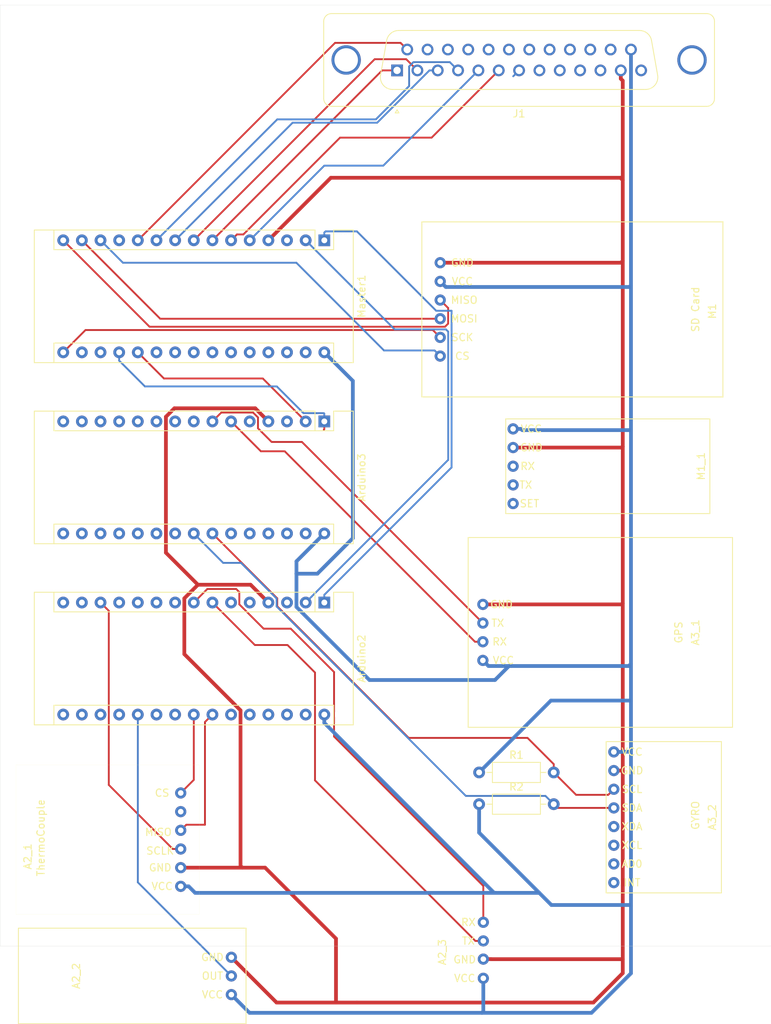
<source format=kicad_pcb>
(kicad_pcb (version 20171130) (host pcbnew "(5.1.0)-1")

  (general
    (thickness 1.6)
    (drawings 4)
    (tracks 229)
    (zones 0)
    (modules 13)
    (nets 105)
  )

  (page A4)
  (layers
    (0 F.Cu signal)
    (31 B.Cu signal)
    (33 F.Adhes user)
    (35 F.Paste user)
    (37 F.SilkS user)
    (39 F.Mask user)
    (40 Dwgs.User user)
    (41 Cmts.User user)
    (42 Eco1.User user)
    (43 Eco2.User user)
    (44 Edge.Cuts user)
    (45 Margin user)
    (46 B.CrtYd user)
    (47 F.CrtYd user)
    (49 F.Fab user)
  )

  (setup
    (last_trace_width 0.25)
    (user_trace_width 0.508)
    (trace_clearance 0.2)
    (zone_clearance 0.508)
    (zone_45_only no)
    (trace_min 0.2)
    (via_size 0.8)
    (via_drill 0.4)
    (via_min_size 0.4)
    (via_min_drill 0.3)
    (uvia_size 0.3)
    (uvia_drill 0.1)
    (uvias_allowed no)
    (uvia_min_size 0.2)
    (uvia_min_drill 0.1)
    (edge_width 0.05)
    (segment_width 0.2)
    (pcb_text_width 0.3)
    (pcb_text_size 1.5 1.5)
    (mod_edge_width 0.12)
    (mod_text_size 1 1)
    (mod_text_width 0.15)
    (pad_size 1.524 1.524)
    (pad_drill 0.762)
    (pad_to_mask_clearance 0.051)
    (solder_mask_min_width 0.25)
    (aux_axis_origin 0 0)
    (visible_elements 7FFFFFFF)
    (pcbplotparams
      (layerselection 0x010fc_ffffffff)
      (usegerberextensions false)
      (usegerberattributes false)
      (usegerberadvancedattributes false)
      (creategerberjobfile false)
      (excludeedgelayer true)
      (linewidth 0.100000)
      (plotframeref false)
      (viasonmask false)
      (mode 1)
      (useauxorigin false)
      (hpglpennumber 1)
      (hpglpenspeed 20)
      (hpglpendiameter 15.000000)
      (psnegative false)
      (psa4output false)
      (plotreference true)
      (plotvalue true)
      (plotinvisibletext false)
      (padsonsilk false)
      (subtractmaskfromsilk false)
      (outputformat 1)
      (mirror false)
      (drillshape 1)
      (scaleselection 1)
      (outputdirectory ""))
  )

  (net 0 "")
  (net 1 /3.3V)
  (net 2 GND)
  (net 3 /SCLK)
  (net 4 /MISO)
  (net 5 "Net-(A2_1-Pad5)")
  (net 6 /CS)
  (net 7 /OUT)
  (net 8 /RX)
  (net 9 /TX)
  (net 10 /SDA)
  (net 11 /SCL)
  (net 12 "Net-(A3_2-Pad5)")
  (net 13 "Net-(A3_2-Pad6)")
  (net 14 "Net-(Arduino2-Pad1)")
  (net 15 "Net-(Arduino2-Pad17)")
  (net 16 "Net-(Arduino2-Pad2)")
  (net 17 "Net-(Arduino2-Pad18)")
  (net 18 "Net-(Arduino2-Pad3)")
  (net 19 "Net-(Arduino2-Pad19)")
  (net 20 "Net-(Arduino2-Pad5)")
  (net 21 "Net-(Arduino2-Pad21)")
  (net 22 "Net-(Arduino2-Pad6)")
  (net 23 "Net-(Arduino2-Pad22)")
  (net 24 "Net-(Arduino2-Pad9)")
  (net 25 "Net-(Arduino2-Pad25)")
  (net 26 "Net-(Arduino2-Pad10)")
  (net 27 "Net-(Arduino2-Pad26)")
  (net 28 "Net-(Arduino2-Pad11)")
  (net 29 "Net-(Arduino2-Pad27)")
  (net 30 "Net-(Arduino2-Pad12)")
  (net 31 "Net-(Arduino2-Pad28)")
  (net 32 "Net-(Arduino2-Pad29)")
  (net 33 "Net-(Arduino2-Pad14)")
  (net 34 "Net-(Arduino2-Pad15)")
  (net 35 "Net-(Arduino2-Pad16)")
  (net 36 "Net-(Arduino3-Pad1)")
  (net 37 "Net-(Arduino3-Pad17)")
  (net 38 "Net-(Arduino3-Pad2)")
  (net 39 "Net-(Arduino3-Pad18)")
  (net 40 "Net-(Arduino3-Pad3)")
  (net 41 "Net-(Arduino3-Pad19)")
  (net 42 "Net-(Arduino3-Pad20)")
  (net 43 "Net-(Arduino3-Pad5)")
  (net 44 "Net-(Arduino3-Pad21)")
  (net 45 "Net-(Arduino3-Pad22)")
  (net 46 "Net-(Arduino3-Pad8)")
  (net 47 "Net-(Arduino3-Pad9)")
  (net 48 "Net-(Arduino3-Pad25)")
  (net 49 "Net-(Arduino3-Pad10)")
  (net 50 "Net-(Arduino3-Pad26)")
  (net 51 "Net-(Arduino3-Pad11)")
  (net 52 "Net-(Arduino3-Pad27)")
  (net 53 "Net-(Arduino3-Pad12)")
  (net 54 "Net-(Arduino3-Pad28)")
  (net 55 "Net-(Arduino3-Pad13)")
  (net 56 "Net-(Arduino3-Pad29)")
  (net 57 "Net-(Arduino3-Pad14)")
  (net 58 "Net-(Arduino3-Pad15)")
  (net 59 "Net-(Arduino3-Pad16)")
  (net 60 "Net-(J1-Pad1)")
  (net 61 "Net-(J1-Pad2)")
  (net 62 "Net-(J1-Pad3)")
  (net 63 "Net-(J1-Pad4)")
  (net 64 "Net-(J1-Pad5)")
  (net 65 "Net-(J1-Pad6)")
  (net 66 "Net-(J1-Pad7)")
  (net 67 "Net-(J1-Pad8)")
  (net 68 "Net-(J1-Pad9)")
  (net 69 "Net-(J1-Pad10)")
  (net 70 "Net-(J1-Pad11)")
  (net 71 +5V)
  (net 72 "Net-(J1-Pad14)")
  (net 73 "Net-(J1-Pad15)")
  (net 74 "Net-(J1-Pad16)")
  (net 75 "Net-(J1-Pad17)")
  (net 76 "Net-(J1-Pad18)")
  (net 77 "Net-(J1-Pad19)")
  (net 78 "Net-(J1-Pad20)")
  (net 79 "Net-(J1-Pad21)")
  (net 80 "Net-(J1-Pad22)")
  (net 81 "Net-(J1-Pad23)")
  (net 82 "Net-(J1-Pad24)")
  (net 83 /MOSI)
  (net 84 /SCK)
  (net 85 "Net-(M1_1-Pad3)")
  (net 86 "Net-(M1_1-Pad4)")
  (net 87 "Net-(M1_1-Pad5)")
  (net 88 "Net-(Master1-Pad29)")
  (net 89 "Net-(Master1-Pad28)")
  (net 90 "Net-(Master1-Pad12)")
  (net 91 "Net-(Master1-Pad27)")
  (net 92 "Net-(Master1-Pad26)")
  (net 93 "Net-(Master1-Pad25)")
  (net 94 "Net-(Master1-Pad24)")
  (net 95 "Net-(Master1-Pad23)")
  (net 96 "Net-(Master1-Pad22)")
  (net 97 "Net-(Master1-Pad21)")
  (net 98 "Net-(Master1-Pad3)")
  (net 99 "Net-(Master1-Pad18)")
  (net 100 "Net-(Master1-Pad17)")
  (net 101 /CS_)
  (net 102 /MISO_)
  (net 103 /TX_3)
  (net 104 /RX_3)

  (net_class Default "This is the default net class."
    (clearance 0.2)
    (trace_width 0.25)
    (via_dia 0.8)
    (via_drill 0.4)
    (uvia_dia 0.3)
    (uvia_drill 0.1)
    (add_net +5V)
    (add_net /3.3V)
    (add_net /CS)
    (add_net /CS_)
    (add_net /MISO)
    (add_net /MISO_)
    (add_net /MOSI)
    (add_net /OUT)
    (add_net /RX)
    (add_net /RX_3)
    (add_net /SCK)
    (add_net /SCL)
    (add_net /SCLK)
    (add_net /SDA)
    (add_net /TX)
    (add_net /TX_3)
    (add_net GND)
    (add_net "Net-(A2_1-Pad5)")
    (add_net "Net-(A3_2-Pad5)")
    (add_net "Net-(A3_2-Pad6)")
    (add_net "Net-(Arduino2-Pad1)")
    (add_net "Net-(Arduino2-Pad10)")
    (add_net "Net-(Arduino2-Pad11)")
    (add_net "Net-(Arduino2-Pad12)")
    (add_net "Net-(Arduino2-Pad14)")
    (add_net "Net-(Arduino2-Pad15)")
    (add_net "Net-(Arduino2-Pad16)")
    (add_net "Net-(Arduino2-Pad17)")
    (add_net "Net-(Arduino2-Pad18)")
    (add_net "Net-(Arduino2-Pad19)")
    (add_net "Net-(Arduino2-Pad2)")
    (add_net "Net-(Arduino2-Pad21)")
    (add_net "Net-(Arduino2-Pad22)")
    (add_net "Net-(Arduino2-Pad25)")
    (add_net "Net-(Arduino2-Pad26)")
    (add_net "Net-(Arduino2-Pad27)")
    (add_net "Net-(Arduino2-Pad28)")
    (add_net "Net-(Arduino2-Pad29)")
    (add_net "Net-(Arduino2-Pad3)")
    (add_net "Net-(Arduino2-Pad5)")
    (add_net "Net-(Arduino2-Pad6)")
    (add_net "Net-(Arduino2-Pad9)")
    (add_net "Net-(Arduino3-Pad1)")
    (add_net "Net-(Arduino3-Pad10)")
    (add_net "Net-(Arduino3-Pad11)")
    (add_net "Net-(Arduino3-Pad12)")
    (add_net "Net-(Arduino3-Pad13)")
    (add_net "Net-(Arduino3-Pad14)")
    (add_net "Net-(Arduino3-Pad15)")
    (add_net "Net-(Arduino3-Pad16)")
    (add_net "Net-(Arduino3-Pad17)")
    (add_net "Net-(Arduino3-Pad18)")
    (add_net "Net-(Arduino3-Pad19)")
    (add_net "Net-(Arduino3-Pad2)")
    (add_net "Net-(Arduino3-Pad20)")
    (add_net "Net-(Arduino3-Pad21)")
    (add_net "Net-(Arduino3-Pad22)")
    (add_net "Net-(Arduino3-Pad25)")
    (add_net "Net-(Arduino3-Pad26)")
    (add_net "Net-(Arduino3-Pad27)")
    (add_net "Net-(Arduino3-Pad28)")
    (add_net "Net-(Arduino3-Pad29)")
    (add_net "Net-(Arduino3-Pad3)")
    (add_net "Net-(Arduino3-Pad5)")
    (add_net "Net-(Arduino3-Pad8)")
    (add_net "Net-(Arduino3-Pad9)")
    (add_net "Net-(J1-Pad1)")
    (add_net "Net-(J1-Pad10)")
    (add_net "Net-(J1-Pad11)")
    (add_net "Net-(J1-Pad14)")
    (add_net "Net-(J1-Pad15)")
    (add_net "Net-(J1-Pad16)")
    (add_net "Net-(J1-Pad17)")
    (add_net "Net-(J1-Pad18)")
    (add_net "Net-(J1-Pad19)")
    (add_net "Net-(J1-Pad2)")
    (add_net "Net-(J1-Pad20)")
    (add_net "Net-(J1-Pad21)")
    (add_net "Net-(J1-Pad22)")
    (add_net "Net-(J1-Pad23)")
    (add_net "Net-(J1-Pad24)")
    (add_net "Net-(J1-Pad3)")
    (add_net "Net-(J1-Pad4)")
    (add_net "Net-(J1-Pad5)")
    (add_net "Net-(J1-Pad6)")
    (add_net "Net-(J1-Pad7)")
    (add_net "Net-(J1-Pad8)")
    (add_net "Net-(J1-Pad9)")
    (add_net "Net-(M1_1-Pad3)")
    (add_net "Net-(M1_1-Pad4)")
    (add_net "Net-(M1_1-Pad5)")
    (add_net "Net-(Master1-Pad12)")
    (add_net "Net-(Master1-Pad17)")
    (add_net "Net-(Master1-Pad18)")
    (add_net "Net-(Master1-Pad21)")
    (add_net "Net-(Master1-Pad22)")
    (add_net "Net-(Master1-Pad23)")
    (add_net "Net-(Master1-Pad24)")
    (add_net "Net-(Master1-Pad25)")
    (add_net "Net-(Master1-Pad26)")
    (add_net "Net-(Master1-Pad27)")
    (add_net "Net-(Master1-Pad28)")
    (add_net "Net-(Master1-Pad29)")
    (add_net "Net-(Master1-Pad3)")
  )

  (module Module:Arduino_Nano_WithMountingHoles (layer F.Cu) (tedit 58ACAF99) (tstamp 5CDEE968)
    (at 110.998 101.854 270)
    (descr "Arduino Nano, http://www.mouser.com/pdfdocs/Gravitech_Arduino_Nano3_0.pdf")
    (tags "Arduino Nano")
    (path /5CA88116)
    (fp_text reference Arduino2 (at 7.62 -5.08 270) (layer F.SilkS)
      (effects (font (size 1 1) (thickness 0.15)))
    )
    (fp_text value Arduino_Nano (at 8.89 15.24) (layer F.Fab)
      (effects (font (size 1 1) (thickness 0.15)))
    )
    (fp_text user %R (at 6.35 16.51) (layer F.Fab)
      (effects (font (size 1 1) (thickness 0.15)))
    )
    (fp_line (start 1.27 1.27) (end 1.27 -1.27) (layer F.SilkS) (width 0.12))
    (fp_line (start 1.27 -1.27) (end -1.4 -1.27) (layer F.SilkS) (width 0.12))
    (fp_line (start -1.4 1.27) (end -1.4 39.5) (layer F.SilkS) (width 0.12))
    (fp_line (start -1.4 -3.94) (end -1.4 -1.27) (layer F.SilkS) (width 0.12))
    (fp_line (start 13.97 -1.27) (end 16.64 -1.27) (layer F.SilkS) (width 0.12))
    (fp_line (start 13.97 -1.27) (end 13.97 36.83) (layer F.SilkS) (width 0.12))
    (fp_line (start 13.97 36.83) (end 16.64 36.83) (layer F.SilkS) (width 0.12))
    (fp_line (start 1.27 1.27) (end -1.4 1.27) (layer F.SilkS) (width 0.12))
    (fp_line (start 1.27 1.27) (end 1.27 36.83) (layer F.SilkS) (width 0.12))
    (fp_line (start 1.27 36.83) (end -1.4 36.83) (layer F.SilkS) (width 0.12))
    (fp_line (start 3.81 31.75) (end 11.43 31.75) (layer F.Fab) (width 0.1))
    (fp_line (start 11.43 31.75) (end 11.43 41.91) (layer F.Fab) (width 0.1))
    (fp_line (start 11.43 41.91) (end 3.81 41.91) (layer F.Fab) (width 0.1))
    (fp_line (start 3.81 41.91) (end 3.81 31.75) (layer F.Fab) (width 0.1))
    (fp_line (start -1.4 39.5) (end 16.64 39.5) (layer F.SilkS) (width 0.12))
    (fp_line (start 16.64 39.5) (end 16.64 -3.94) (layer F.SilkS) (width 0.12))
    (fp_line (start 16.64 -3.94) (end -1.4 -3.94) (layer F.SilkS) (width 0.12))
    (fp_line (start 16.51 39.37) (end -1.27 39.37) (layer F.Fab) (width 0.1))
    (fp_line (start -1.27 39.37) (end -1.27 -2.54) (layer F.Fab) (width 0.1))
    (fp_line (start -1.27 -2.54) (end 0 -3.81) (layer F.Fab) (width 0.1))
    (fp_line (start 0 -3.81) (end 16.51 -3.81) (layer F.Fab) (width 0.1))
    (fp_line (start 16.51 -3.81) (end 16.51 39.37) (layer F.Fab) (width 0.1))
    (fp_line (start -1.53 -4.06) (end 16.75 -4.06) (layer F.CrtYd) (width 0.05))
    (fp_line (start -1.53 -4.06) (end -1.53 42.16) (layer F.CrtYd) (width 0.05))
    (fp_line (start 16.75 42.16) (end 16.75 -4.06) (layer F.CrtYd) (width 0.05))
    (fp_line (start 16.75 42.16) (end -1.53 42.16) (layer F.CrtYd) (width 0.05))
    (pad 1 thru_hole rect (at 0 0 270) (size 1.6 1.6) (drill 0.8) (layers *.Cu *.Mask)
      (net 14 "Net-(Arduino2-Pad1)"))
    (pad 17 thru_hole oval (at 15.24 33.02 270) (size 1.6 1.6) (drill 0.8) (layers *.Cu *.Mask)
      (net 15 "Net-(Arduino2-Pad17)"))
    (pad 2 thru_hole oval (at 0 2.54 270) (size 1.6 1.6) (drill 0.8) (layers *.Cu *.Mask)
      (net 16 "Net-(Arduino2-Pad2)"))
    (pad 18 thru_hole oval (at 15.24 30.48 270) (size 1.6 1.6) (drill 0.8) (layers *.Cu *.Mask)
      (net 17 "Net-(Arduino2-Pad18)"))
    (pad 3 thru_hole oval (at 0 5.08 270) (size 1.6 1.6) (drill 0.8) (layers *.Cu *.Mask)
      (net 18 "Net-(Arduino2-Pad3)"))
    (pad 19 thru_hole oval (at 15.24 27.94 270) (size 1.6 1.6) (drill 0.8) (layers *.Cu *.Mask)
      (net 19 "Net-(Arduino2-Pad19)"))
    (pad 4 thru_hole oval (at 0 7.62 270) (size 1.6 1.6) (drill 0.8) (layers *.Cu *.Mask)
      (net 2 GND))
    (pad 20 thru_hole oval (at 15.24 25.4 270) (size 1.6 1.6) (drill 0.8) (layers *.Cu *.Mask)
      (net 7 /OUT))
    (pad 5 thru_hole oval (at 0 10.16 270) (size 1.6 1.6) (drill 0.8) (layers *.Cu *.Mask)
      (net 20 "Net-(Arduino2-Pad5)"))
    (pad 21 thru_hole oval (at 15.24 22.86 270) (size 1.6 1.6) (drill 0.8) (layers *.Cu *.Mask)
      (net 21 "Net-(Arduino2-Pad21)"))
    (pad 6 thru_hole oval (at 0 12.7 270) (size 1.6 1.6) (drill 0.8) (layers *.Cu *.Mask)
      (net 22 "Net-(Arduino2-Pad6)"))
    (pad 22 thru_hole oval (at 15.24 20.32 270) (size 1.6 1.6) (drill 0.8) (layers *.Cu *.Mask)
      (net 23 "Net-(Arduino2-Pad22)"))
    (pad 7 thru_hole oval (at 0 15.24 270) (size 1.6 1.6) (drill 0.8) (layers *.Cu *.Mask)
      (net 9 /TX))
    (pad 23 thru_hole oval (at 15.24 17.78 270) (size 1.6 1.6) (drill 0.8) (layers *.Cu *.Mask)
      (net 6 /CS))
    (pad 8 thru_hole oval (at 0 17.78 270) (size 1.6 1.6) (drill 0.8) (layers *.Cu *.Mask)
      (net 8 /RX))
    (pad 24 thru_hole oval (at 15.24 15.24 270) (size 1.6 1.6) (drill 0.8) (layers *.Cu *.Mask)
      (net 4 /MISO))
    (pad 9 thru_hole oval (at 0 20.32 270) (size 1.6 1.6) (drill 0.8) (layers *.Cu *.Mask)
      (net 24 "Net-(Arduino2-Pad9)"))
    (pad 25 thru_hole oval (at 15.24 12.7 270) (size 1.6 1.6) (drill 0.8) (layers *.Cu *.Mask)
      (net 25 "Net-(Arduino2-Pad25)"))
    (pad 10 thru_hole oval (at 0 22.86 270) (size 1.6 1.6) (drill 0.8) (layers *.Cu *.Mask)
      (net 26 "Net-(Arduino2-Pad10)"))
    (pad 26 thru_hole oval (at 15.24 10.16 270) (size 1.6 1.6) (drill 0.8) (layers *.Cu *.Mask)
      (net 27 "Net-(Arduino2-Pad26)"))
    (pad 11 thru_hole oval (at 0 25.4 270) (size 1.6 1.6) (drill 0.8) (layers *.Cu *.Mask)
      (net 28 "Net-(Arduino2-Pad11)"))
    (pad 27 thru_hole oval (at 15.24 7.62 270) (size 1.6 1.6) (drill 0.8) (layers *.Cu *.Mask)
      (net 29 "Net-(Arduino2-Pad27)"))
    (pad 12 thru_hole oval (at 0 27.94 270) (size 1.6 1.6) (drill 0.8) (layers *.Cu *.Mask)
      (net 30 "Net-(Arduino2-Pad12)"))
    (pad 28 thru_hole oval (at 15.24 5.08 270) (size 1.6 1.6) (drill 0.8) (layers *.Cu *.Mask)
      (net 31 "Net-(Arduino2-Pad28)"))
    (pad 13 thru_hole oval (at 0 30.48 270) (size 1.6 1.6) (drill 0.8) (layers *.Cu *.Mask)
      (net 3 /SCLK))
    (pad 29 thru_hole oval (at 15.24 2.54 270) (size 1.6 1.6) (drill 0.8) (layers *.Cu *.Mask)
      (net 32 "Net-(Arduino2-Pad29)"))
    (pad 14 thru_hole oval (at 0 33.02 270) (size 1.6 1.6) (drill 0.8) (layers *.Cu *.Mask)
      (net 33 "Net-(Arduino2-Pad14)"))
    (pad 30 thru_hole oval (at 15.24 0 270) (size 1.6 1.6) (drill 0.8) (layers *.Cu *.Mask)
      (net 1 /3.3V))
    (pad 15 thru_hole oval (at 0 35.56 270) (size 1.6 1.6) (drill 0.8) (layers *.Cu *.Mask)
      (net 34 "Net-(Arduino2-Pad15)"))
    (pad 16 thru_hole oval (at 15.24 35.56 270) (size 1.6 1.6) (drill 0.8) (layers *.Cu *.Mask)
      (net 35 "Net-(Arduino2-Pad16)"))
    (pad "" np_thru_hole circle (at 0 -2.54 270) (size 1.78 1.78) (drill 1.78) (layers *.Cu *.Mask))
    (pad "" np_thru_hole circle (at 15.24 -2.54 270) (size 1.78 1.78) (drill 1.78) (layers *.Cu *.Mask))
    (pad "" np_thru_hole circle (at 15.24 38.1 270) (size 1.78 1.78) (drill 1.78) (layers *.Cu *.Mask))
    (pad "" np_thru_hole circle (at 0 38.1 270) (size 1.78 1.78) (drill 1.78) (layers *.Cu *.Mask))
    (model ${KISYS3DMOD}/Module.3dshapes/Arduino_Nano_WithMountingHoles.wrl
      (at (xyz 0 0 0))
      (scale (xyz 1 1 1))
      (rotate (xyz 0 0 0))
    )
  )

  (module Module:Arduino_Nano_WithMountingHoles (layer F.Cu) (tedit 58ACAF99) (tstamp 5CDEEA57)
    (at 110.998 52.578 270)
    (descr "Arduino Nano, http://www.mouser.com/pdfdocs/Gravitech_Arduino_Nano3_0.pdf")
    (tags "Arduino Nano")
    (path /5CA897D2)
    (fp_text reference Master1 (at 7.62 -5.08 270) (layer F.SilkS)
      (effects (font (size 1 1) (thickness 0.15)))
    )
    (fp_text value Arduino_Nano (at 8.89 15.24) (layer F.Fab)
      (effects (font (size 1 1) (thickness 0.15)))
    )
    (fp_line (start 16.75 42.16) (end -1.53 42.16) (layer F.CrtYd) (width 0.05))
    (fp_line (start 16.75 42.16) (end 16.75 -4.06) (layer F.CrtYd) (width 0.05))
    (fp_line (start -1.53 -4.06) (end -1.53 42.16) (layer F.CrtYd) (width 0.05))
    (fp_line (start -1.53 -4.06) (end 16.75 -4.06) (layer F.CrtYd) (width 0.05))
    (fp_line (start 16.51 -3.81) (end 16.51 39.37) (layer F.Fab) (width 0.1))
    (fp_line (start 0 -3.81) (end 16.51 -3.81) (layer F.Fab) (width 0.1))
    (fp_line (start -1.27 -2.54) (end 0 -3.81) (layer F.Fab) (width 0.1))
    (fp_line (start -1.27 39.37) (end -1.27 -2.54) (layer F.Fab) (width 0.1))
    (fp_line (start 16.51 39.37) (end -1.27 39.37) (layer F.Fab) (width 0.1))
    (fp_line (start 16.64 -3.94) (end -1.4 -3.94) (layer F.SilkS) (width 0.12))
    (fp_line (start 16.64 39.5) (end 16.64 -3.94) (layer F.SilkS) (width 0.12))
    (fp_line (start -1.4 39.5) (end 16.64 39.5) (layer F.SilkS) (width 0.12))
    (fp_line (start 3.81 41.91) (end 3.81 31.75) (layer F.Fab) (width 0.1))
    (fp_line (start 11.43 41.91) (end 3.81 41.91) (layer F.Fab) (width 0.1))
    (fp_line (start 11.43 31.75) (end 11.43 41.91) (layer F.Fab) (width 0.1))
    (fp_line (start 3.81 31.75) (end 11.43 31.75) (layer F.Fab) (width 0.1))
    (fp_line (start 1.27 36.83) (end -1.4 36.83) (layer F.SilkS) (width 0.12))
    (fp_line (start 1.27 1.27) (end 1.27 36.83) (layer F.SilkS) (width 0.12))
    (fp_line (start 1.27 1.27) (end -1.4 1.27) (layer F.SilkS) (width 0.12))
    (fp_line (start 13.97 36.83) (end 16.64 36.83) (layer F.SilkS) (width 0.12))
    (fp_line (start 13.97 -1.27) (end 13.97 36.83) (layer F.SilkS) (width 0.12))
    (fp_line (start 13.97 -1.27) (end 16.64 -1.27) (layer F.SilkS) (width 0.12))
    (fp_line (start -1.4 -3.94) (end -1.4 -1.27) (layer F.SilkS) (width 0.12))
    (fp_line (start -1.4 1.27) (end -1.4 39.5) (layer F.SilkS) (width 0.12))
    (fp_line (start 1.27 -1.27) (end -1.4 -1.27) (layer F.SilkS) (width 0.12))
    (fp_line (start 1.27 1.27) (end 1.27 -1.27) (layer F.SilkS) (width 0.12))
    (fp_text user %R (at 6.35 16.51) (layer F.Fab)
      (effects (font (size 1 1) (thickness 0.15)))
    )
    (pad "" np_thru_hole circle (at 0 38.1 270) (size 1.78 1.78) (drill 1.78) (layers *.Cu *.Mask))
    (pad "" np_thru_hole circle (at 15.24 38.1 270) (size 1.78 1.78) (drill 1.78) (layers *.Cu *.Mask))
    (pad "" np_thru_hole circle (at 15.24 -2.54 270) (size 1.78 1.78) (drill 1.78) (layers *.Cu *.Mask))
    (pad "" np_thru_hole circle (at 0 -2.54 270) (size 1.78 1.78) (drill 1.78) (layers *.Cu *.Mask))
    (pad 16 thru_hole oval (at 15.24 35.56 270) (size 1.6 1.6) (drill 0.8) (layers *.Cu *.Mask)
      (net 84 /SCK))
    (pad 15 thru_hole oval (at 0 35.56 270) (size 1.6 1.6) (drill 0.8) (layers *.Cu *.Mask)
      (net 102 /MISO_))
    (pad 30 thru_hole oval (at 15.24 0 270) (size 1.6 1.6) (drill 0.8) (layers *.Cu *.Mask)
      (net 1 /3.3V))
    (pad 14 thru_hole oval (at 0 33.02 270) (size 1.6 1.6) (drill 0.8) (layers *.Cu *.Mask)
      (net 83 /MOSI))
    (pad 29 thru_hole oval (at 15.24 2.54 270) (size 1.6 1.6) (drill 0.8) (layers *.Cu *.Mask)
      (net 88 "Net-(Master1-Pad29)"))
    (pad 13 thru_hole oval (at 0 30.48 270) (size 1.6 1.6) (drill 0.8) (layers *.Cu *.Mask)
      (net 101 /CS_))
    (pad 28 thru_hole oval (at 15.24 5.08 270) (size 1.6 1.6) (drill 0.8) (layers *.Cu *.Mask)
      (net 89 "Net-(Master1-Pad28)"))
    (pad 12 thru_hole oval (at 0 27.94 270) (size 1.6 1.6) (drill 0.8) (layers *.Cu *.Mask)
      (net 90 "Net-(Master1-Pad12)"))
    (pad 27 thru_hole oval (at 15.24 7.62 270) (size 1.6 1.6) (drill 0.8) (layers *.Cu *.Mask)
      (net 91 "Net-(Master1-Pad27)"))
    (pad 11 thru_hole oval (at 0 25.4 270) (size 1.6 1.6) (drill 0.8) (layers *.Cu *.Mask)
      (net 72 "Net-(J1-Pad14)"))
    (pad 26 thru_hole oval (at 15.24 10.16 270) (size 1.6 1.6) (drill 0.8) (layers *.Cu *.Mask)
      (net 92 "Net-(Master1-Pad26)"))
    (pad 10 thru_hole oval (at 0 22.86 270) (size 1.6 1.6) (drill 0.8) (layers *.Cu *.Mask)
      (net 63 "Net-(J1-Pad4)"))
    (pad 25 thru_hole oval (at 15.24 12.7 270) (size 1.6 1.6) (drill 0.8) (layers *.Cu *.Mask)
      (net 93 "Net-(Master1-Pad25)"))
    (pad 9 thru_hole oval (at 0 20.32 270) (size 1.6 1.6) (drill 0.8) (layers *.Cu *.Mask)
      (net 62 "Net-(J1-Pad3)"))
    (pad 24 thru_hole oval (at 15.24 15.24 270) (size 1.6 1.6) (drill 0.8) (layers *.Cu *.Mask)
      (net 94 "Net-(Master1-Pad24)"))
    (pad 8 thru_hole oval (at 0 17.78 270) (size 1.6 1.6) (drill 0.8) (layers *.Cu *.Mask)
      (net 61 "Net-(J1-Pad2)"))
    (pad 23 thru_hole oval (at 15.24 17.78 270) (size 1.6 1.6) (drill 0.8) (layers *.Cu *.Mask)
      (net 95 "Net-(Master1-Pad23)"))
    (pad 7 thru_hole oval (at 0 15.24 270) (size 1.6 1.6) (drill 0.8) (layers *.Cu *.Mask)
      (net 60 "Net-(J1-Pad1)"))
    (pad 22 thru_hole oval (at 15.24 20.32 270) (size 1.6 1.6) (drill 0.8) (layers *.Cu *.Mask)
      (net 96 "Net-(Master1-Pad22)"))
    (pad 6 thru_hole oval (at 0 12.7 270) (size 1.6 1.6) (drill 0.8) (layers *.Cu *.Mask)
      (net 65 "Net-(J1-Pad6)"))
    (pad 21 thru_hole oval (at 15.24 22.86 270) (size 1.6 1.6) (drill 0.8) (layers *.Cu *.Mask)
      (net 97 "Net-(Master1-Pad21)"))
    (pad 5 thru_hole oval (at 0 10.16 270) (size 1.6 1.6) (drill 0.8) (layers *.Cu *.Mask)
      (net 64 "Net-(J1-Pad5)"))
    (pad 20 thru_hole oval (at 15.24 25.4 270) (size 1.6 1.6) (drill 0.8) (layers *.Cu *.Mask)
      (net 38 "Net-(Arduino3-Pad2)"))
    (pad 4 thru_hole oval (at 0 7.62 270) (size 1.6 1.6) (drill 0.8) (layers *.Cu *.Mask)
      (net 2 GND))
    (pad 19 thru_hole oval (at 15.24 27.94 270) (size 1.6 1.6) (drill 0.8) (layers *.Cu *.Mask)
      (net 36 "Net-(Arduino3-Pad1)"))
    (pad 3 thru_hole oval (at 0 5.08 270) (size 1.6 1.6) (drill 0.8) (layers *.Cu *.Mask)
      (net 98 "Net-(Master1-Pad3)"))
    (pad 18 thru_hole oval (at 15.24 30.48 270) (size 1.6 1.6) (drill 0.8) (layers *.Cu *.Mask)
      (net 99 "Net-(Master1-Pad18)"))
    (pad 2 thru_hole oval (at 0 2.54 270) (size 1.6 1.6) (drill 0.8) (layers *.Cu *.Mask)
      (net 16 "Net-(Arduino2-Pad2)"))
    (pad 17 thru_hole oval (at 15.24 33.02 270) (size 1.6 1.6) (drill 0.8) (layers *.Cu *.Mask)
      (net 100 "Net-(Master1-Pad17)"))
    (pad 1 thru_hole rect (at 0 0 270) (size 1.6 1.6) (drill 0.8) (layers *.Cu *.Mask)
      (net 14 "Net-(Arduino2-Pad1)"))
    (model ${KISYS3DMOD}/Module.3dshapes/Arduino_Nano_WithMountingHoles.wrl
      (at (xyz 0 0 0))
      (scale (xyz 1 1 1))
      (rotate (xyz 0 0 0))
    )
  )

  (module Eco-PCB-Sensor-Footprints:BMS_Serial_Pins (layer F.Cu) (tedit 5CD45978) (tstamp 5CDFF281)
    (at 132.6515 149.1615 90)
    (path /5CE68E32)
    (fp_text reference A2_3 (at -0.254 -5.588 90) (layer F.SilkS)
      (effects (font (size 1 1) (thickness 0.15)))
    )
    (fp_text value "BMS Serial Pins" (at 0 2.032 90) (layer F.Fab)
      (effects (font (size 1 1) (thickness 0.15)))
    )
    (fp_text user RX (at 3.81 -2.032 180) (layer F.SilkS)
      (effects (font (size 1 1) (thickness 0.15)))
    )
    (fp_text user TX (at 1.27 -2.032 180) (layer F.SilkS)
      (effects (font (size 1 1) (thickness 0.15)))
    )
    (fp_text user GND (at -1.27 -2.54 180) (layer F.SilkS)
      (effects (font (size 1 1) (thickness 0.15)))
    )
    (fp_text user VCC (at -3.81 -2.54 180) (layer F.SilkS)
      (effects (font (size 1 1) (thickness 0.15)))
    )
    (pad 4 thru_hole circle (at 3.81 0 90) (size 1.524 1.524) (drill 0.762) (layers *.Cu *.Mask)
      (net 8 /RX))
    (pad 3 thru_hole circle (at 1.27 0 90) (size 1.524 1.524) (drill 0.762) (layers *.Cu *.Mask)
      (net 9 /TX))
    (pad 2 thru_hole circle (at -1.2 0 90) (size 1.524 1.524) (drill 0.762) (layers *.Cu *.Mask)
      (net 2 GND))
    (pad 1 thru_hole circle (at -3.81 0 90) (size 1.524 1.524) (drill 0.762) (layers *.Cu *.Mask)
      (net 1 /3.3V))
  )

  (module Eco-PCB-Sensor-Footprints:PMOD_TC1_Thermocouple (layer F.Cu) (tedit 5CD007BB) (tstamp 5CDEE8E5)
    (at 87.63 136.652 90)
    (path /5CAA7969)
    (fp_text reference A2_1 (at 0.254 -17.018 90) (layer F.SilkS)
      (effects (font (size 1 1) (thickness 0.15)))
    )
    (fp_text value ThermoCouple (at 2.794 -15.24 90) (layer F.SilkS)
      (effects (font (size 1 1) (thickness 0.15)))
    )
    (fp_line (start 12.7 6.35) (end 12.7 -18.6436) (layer F.SilkS) (width 0.01))
    (fp_line (start -7.62 6.35) (end -7.62 -18.6436) (layer F.SilkS) (width 0.01))
    (fp_line (start -7.62 6.35) (end 12.7 6.35) (layer F.SilkS) (width 0.01))
    (fp_line (start -7.62 -18.6436) (end 12.7 -18.6436) (layer F.SilkS) (width 0.01))
    (fp_text user VCC (at -3.81 1.27 180) (layer F.SilkS)
      (effects (font (size 1 1) (thickness 0.15)))
    )
    (fp_text user GND (at -1.27 1.016 180) (layer F.SilkS)
      (effects (font (size 1 1) (thickness 0.15)))
    )
    (fp_text user SCLK (at 1.016 1.016 180) (layer F.SilkS)
      (effects (font (size 1 1) (thickness 0.15)))
    )
    (fp_text user MISO (at 3.556 0.762 180) (layer F.SilkS)
      (effects (font (size 1 1) (thickness 0.15)))
    )
    (fp_text user CS (at 8.89 1.27 180) (layer F.SilkS)
      (effects (font (size 1 1) (thickness 0.15)))
    )
    (pad 1 thru_hole circle (at -3.81 3.81 90) (size 1.524 1.524) (drill 0.762) (layers *.Cu *.Mask)
      (net 1 /3.3V))
    (pad 2 thru_hole circle (at -1.27 3.81 90) (size 1.524 1.524) (drill 0.762) (layers *.Cu *.Mask)
      (net 2 GND))
    (pad 3 thru_hole circle (at 1.27 3.81 90) (size 1.524 1.524) (drill 0.762) (layers *.Cu *.Mask)
      (net 3 /SCLK))
    (pad 4 thru_hole circle (at 3.81 3.81 90) (size 1.524 1.524) (drill 0.762) (layers *.Cu *.Mask)
      (net 4 /MISO))
    (pad 5 thru_hole circle (at 6.35 3.81 90) (size 1.524 1.524) (drill 0.762) (layers *.Cu *.Mask)
      (net 5 "Net-(A2_1-Pad5)"))
    (pad 6 thru_hole circle (at 8.89 3.81 90) (size 1.524 1.524) (drill 0.762) (layers *.Cu *.Mask)
      (net 6 /CS))
  )

  (module Eco-PCB-Sensor-Footprints:Current-Sensor (layer F.Cu) (tedit 5CD19194) (tstamp 5CDEE8F3)
    (at 84.836 152.654 90)
    (path /5CA8F0C8)
    (fp_text reference A2_2 (at 0 -7.62 90) (layer F.SilkS)
      (effects (font (size 1 1) (thickness 0.15)))
    )
    (fp_text value "Current Sensor" (at 0 -5.588 90) (layer F.Fab)
      (effects (font (size 1 1) (thickness 0.15)))
    )
    (fp_line (start 6.5 15.5) (end -6.5 15.5) (layer F.SilkS) (width 0.12))
    (fp_line (start 6.5 -15.5) (end -6.5 -15.5) (layer F.SilkS) (width 0.12))
    (fp_line (start -6.5 15.5) (end -6.5 -15.5) (layer F.SilkS) (width 0.12))
    (fp_line (start 6.5 15.5) (end 6.5 -15.5) (layer F.SilkS) (width 0.12))
    (fp_text user VCC (at -2.54 10.922 -180) (layer F.SilkS)
      (effects (font (size 1 1) (thickness 0.15)))
    )
    (fp_text user OUT (at 0 10.922 -180) (layer F.SilkS)
      (effects (font (size 1 1) (thickness 0.15)))
    )
    (fp_text user GND (at 2.54 10.922 -180) (layer F.SilkS)
      (effects (font (size 1 1) (thickness 0.15)))
    )
    (pad 2 thru_hole circle (at 0 13.5 90) (size 1.524 1.524) (drill 0.762) (layers *.Cu *.Mask)
      (net 7 /OUT))
    (pad 1 thru_hole circle (at -2.54 13.5 90) (size 1.524 1.524) (drill 0.762) (layers *.Cu *.Mask)
      (net 1 /3.3V))
    (pad 3 thru_hole circle (at 2.54 13.5 90) (size 1.524 1.524) (drill 0.762) (layers *.Cu *.Mask)
      (net 2 GND))
  )

  (module Eco-PCB-Sensor-Footprints:GPS (layer F.Cu) (tedit 5CD18D1C) (tstamp 5CDEE90F)
    (at 148.59 105.918 270)
    (path /5CB6516B)
    (fp_text reference A3_1 (at 0 -12.954 270) (layer F.SilkS)
      (effects (font (size 1 1) (thickness 0.15)))
    )
    (fp_text value GPS (at 0 -10.668 270) (layer F.SilkS)
      (effects (font (size 1 1) (thickness 0.15)))
    )
    (fp_line (start -12.91 18) (end 12.91 18) (layer F.SilkS) (width 0.12))
    (fp_line (start -12.91 -18) (end 12.91 -18) (layer F.SilkS) (width 0.12))
    (fp_line (start -12.91 -18) (end -12.91 18) (layer F.SilkS) (width 0.12))
    (fp_line (start 12.91 18) (end 12.91 -18) (layer F.SilkS) (width 0.12))
    (fp_text user VCC (at 3.81 13.208) (layer F.SilkS)
      (effects (font (size 1 1) (thickness 0.15)))
    )
    (fp_text user RX (at 1.27 13.716) (layer F.SilkS)
      (effects (font (size 1 1) (thickness 0.15)))
    )
    (fp_text user TX (at -1.27 13.97) (layer F.SilkS)
      (effects (font (size 1 1) (thickness 0.15)))
    )
    (fp_text user GND (at -3.81 13.462) (layer F.SilkS)
      (effects (font (size 1 1) (thickness 0.15)))
    )
    (pad 1 thru_hole circle (at -3.81 16 270) (size 1.524 1.524) (drill 0.762) (layers *.Cu *.Mask)
      (net 2 GND))
    (pad 2 thru_hole circle (at -1.27 16 270) (size 1.524 1.524) (drill 0.762) (layers *.Cu *.Mask)
      (net 103 /TX_3))
    (pad 3 thru_hole circle (at 1.27 16 270) (size 1.524 1.524) (drill 0.762) (layers *.Cu *.Mask)
      (net 104 /RX_3))
    (pad 4 thru_hole circle (at 3.81 16 270) (size 1.524 1.524) (drill 0.762) (layers *.Cu *.Mask)
      (net 1 /3.3V))
  )

  (module Eco-PCB-Sensor-Footprints:Gyro-MPU-6050 (layer F.Cu) (tedit 5CD160B8) (tstamp 5CDEE927)
    (at 157.226 131.064 270)
    (path /5CB6E4A8)
    (fp_text reference A3_2 (at 0 -6.604 270) (layer F.SilkS)
      (effects (font (size 1 1) (thickness 0.15)))
    )
    (fp_text value GYRO (at -0.254 -4.318 270) (layer F.SilkS)
      (effects (font (size 1 1) (thickness 0.15)))
    )
    (fp_line (start 10.29 7.85) (end 10.29 -7.85) (layer F.SilkS) (width 0.12))
    (fp_line (start -10.29 7.85) (end -10.29 -7.85) (layer F.SilkS) (width 0.12))
    (fp_line (start -10.29 -7.85) (end 10.29 -7.85) (layer F.SilkS) (width 0.12))
    (fp_line (start -10.29 7.85) (end 10.29 7.85) (layer F.SilkS) (width 0.12))
    (fp_text user INT (at 8.89 4.318) (layer F.SilkS)
      (effects (font (size 1 1) (thickness 0.15)))
    )
    (fp_text user AD0 (at 6.35 4.318) (layer F.SilkS)
      (effects (font (size 1 1) (thickness 0.15)))
    )
    (fp_text user XCL (at 3.81 4.318) (layer F.SilkS)
      (effects (font (size 1 1) (thickness 0.15)))
    )
    (fp_text user XDA (at 1.27 4.318) (layer F.SilkS)
      (effects (font (size 1 1) (thickness 0.15)))
    )
    (fp_text user SDA (at -1.27 4.318) (layer F.SilkS)
      (effects (font (size 1 1) (thickness 0.15)))
    )
    (fp_text user SCL (at -3.81 4.318) (layer F.SilkS)
      (effects (font (size 1 1) (thickness 0.15)))
    )
    (fp_text user GND (at -6.35 4.318) (layer F.SilkS)
      (effects (font (size 1 1) (thickness 0.15)))
    )
    (fp_text user VCC (at -8.89 4.318) (layer F.SilkS)
      (effects (font (size 1 1) (thickness 0.15)))
    )
    (pad 1 thru_hole circle (at -8.89 6.8 270) (size 1.524 1.524) (drill 0.762) (layers *.Cu *.Mask)
      (net 1 /3.3V))
    (pad 2 thru_hole circle (at -6.35 6.8 270) (size 1.524 1.524) (drill 0.762) (layers *.Cu *.Mask)
      (net 2 GND))
    (pad 3 thru_hole circle (at -3.81 6.8 270) (size 1.524 1.524) (drill 0.762) (layers *.Cu *.Mask)
      (net 10 /SDA))
    (pad 4 thru_hole circle (at -1.27 6.8 270) (size 1.524 1.524) (drill 0.762) (layers *.Cu *.Mask)
      (net 11 /SCL))
    (pad 5 thru_hole circle (at 1.27 6.8 270) (size 1.524 1.524) (drill 0.762) (layers *.Cu *.Mask)
      (net 12 "Net-(A3_2-Pad5)"))
    (pad 6 thru_hole circle (at 3.81 6.8 270) (size 1.524 1.524) (drill 0.762) (layers *.Cu *.Mask)
      (net 13 "Net-(A3_2-Pad6)"))
    (pad 7 thru_hole circle (at 6.35 6.8 270) (size 1.524 1.524) (drill 0.762) (layers *.Cu *.Mask))
    (pad 8 thru_hole circle (at 8.89 6.8 270) (size 1.524 1.524) (drill 0.762) (layers *.Cu *.Mask))
  )

  (module Module:Arduino_Nano_WithMountingHoles (layer F.Cu) (tedit 58ACAF99) (tstamp 5CDEE9A9)
    (at 110.998 77.216 270)
    (descr "Arduino Nano, http://www.mouser.com/pdfdocs/Gravitech_Arduino_Nano3_0.pdf")
    (tags "Arduino Nano")
    (path /5CA8C623)
    (fp_text reference Arduino3 (at 7.62 -5.08 270) (layer F.SilkS)
      (effects (font (size 1 1) (thickness 0.15)))
    )
    (fp_text value Arduino_Nano (at 8.89 15.24) (layer F.Fab)
      (effects (font (size 1 1) (thickness 0.15)))
    )
    (fp_text user %R (at 6.35 16.51) (layer F.Fab)
      (effects (font (size 1 1) (thickness 0.15)))
    )
    (fp_line (start 1.27 1.27) (end 1.27 -1.27) (layer F.SilkS) (width 0.12))
    (fp_line (start 1.27 -1.27) (end -1.4 -1.27) (layer F.SilkS) (width 0.12))
    (fp_line (start -1.4 1.27) (end -1.4 39.5) (layer F.SilkS) (width 0.12))
    (fp_line (start -1.4 -3.94) (end -1.4 -1.27) (layer F.SilkS) (width 0.12))
    (fp_line (start 13.97 -1.27) (end 16.64 -1.27) (layer F.SilkS) (width 0.12))
    (fp_line (start 13.97 -1.27) (end 13.97 36.83) (layer F.SilkS) (width 0.12))
    (fp_line (start 13.97 36.83) (end 16.64 36.83) (layer F.SilkS) (width 0.12))
    (fp_line (start 1.27 1.27) (end -1.4 1.27) (layer F.SilkS) (width 0.12))
    (fp_line (start 1.27 1.27) (end 1.27 36.83) (layer F.SilkS) (width 0.12))
    (fp_line (start 1.27 36.83) (end -1.4 36.83) (layer F.SilkS) (width 0.12))
    (fp_line (start 3.81 31.75) (end 11.43 31.75) (layer F.Fab) (width 0.1))
    (fp_line (start 11.43 31.75) (end 11.43 41.91) (layer F.Fab) (width 0.1))
    (fp_line (start 11.43 41.91) (end 3.81 41.91) (layer F.Fab) (width 0.1))
    (fp_line (start 3.81 41.91) (end 3.81 31.75) (layer F.Fab) (width 0.1))
    (fp_line (start -1.4 39.5) (end 16.64 39.5) (layer F.SilkS) (width 0.12))
    (fp_line (start 16.64 39.5) (end 16.64 -3.94) (layer F.SilkS) (width 0.12))
    (fp_line (start 16.64 -3.94) (end -1.4 -3.94) (layer F.SilkS) (width 0.12))
    (fp_line (start 16.51 39.37) (end -1.27 39.37) (layer F.Fab) (width 0.1))
    (fp_line (start -1.27 39.37) (end -1.27 -2.54) (layer F.Fab) (width 0.1))
    (fp_line (start -1.27 -2.54) (end 0 -3.81) (layer F.Fab) (width 0.1))
    (fp_line (start 0 -3.81) (end 16.51 -3.81) (layer F.Fab) (width 0.1))
    (fp_line (start 16.51 -3.81) (end 16.51 39.37) (layer F.Fab) (width 0.1))
    (fp_line (start -1.53 -4.06) (end 16.75 -4.06) (layer F.CrtYd) (width 0.05))
    (fp_line (start -1.53 -4.06) (end -1.53 42.16) (layer F.CrtYd) (width 0.05))
    (fp_line (start 16.75 42.16) (end 16.75 -4.06) (layer F.CrtYd) (width 0.05))
    (fp_line (start 16.75 42.16) (end -1.53 42.16) (layer F.CrtYd) (width 0.05))
    (pad 1 thru_hole rect (at 0 0 270) (size 1.6 1.6) (drill 0.8) (layers *.Cu *.Mask)
      (net 36 "Net-(Arduino3-Pad1)"))
    (pad 17 thru_hole oval (at 15.24 33.02 270) (size 1.6 1.6) (drill 0.8) (layers *.Cu *.Mask)
      (net 37 "Net-(Arduino3-Pad17)"))
    (pad 2 thru_hole oval (at 0 2.54 270) (size 1.6 1.6) (drill 0.8) (layers *.Cu *.Mask)
      (net 38 "Net-(Arduino3-Pad2)"))
    (pad 18 thru_hole oval (at 15.24 30.48 270) (size 1.6 1.6) (drill 0.8) (layers *.Cu *.Mask)
      (net 39 "Net-(Arduino3-Pad18)"))
    (pad 3 thru_hole oval (at 0 5.08 270) (size 1.6 1.6) (drill 0.8) (layers *.Cu *.Mask)
      (net 40 "Net-(Arduino3-Pad3)"))
    (pad 19 thru_hole oval (at 15.24 27.94 270) (size 1.6 1.6) (drill 0.8) (layers *.Cu *.Mask)
      (net 41 "Net-(Arduino3-Pad19)"))
    (pad 4 thru_hole oval (at 0 7.62 270) (size 1.6 1.6) (drill 0.8) (layers *.Cu *.Mask)
      (net 2 GND))
    (pad 20 thru_hole oval (at 15.24 25.4 270) (size 1.6 1.6) (drill 0.8) (layers *.Cu *.Mask)
      (net 42 "Net-(Arduino3-Pad20)"))
    (pad 5 thru_hole oval (at 0 10.16 270) (size 1.6 1.6) (drill 0.8) (layers *.Cu *.Mask)
      (net 43 "Net-(Arduino3-Pad5)"))
    (pad 21 thru_hole oval (at 15.24 22.86 270) (size 1.6 1.6) (drill 0.8) (layers *.Cu *.Mask)
      (net 44 "Net-(Arduino3-Pad21)"))
    (pad 6 thru_hole oval (at 0 12.7 270) (size 1.6 1.6) (drill 0.8) (layers *.Cu *.Mask)
      (net 104 /RX_3))
    (pad 22 thru_hole oval (at 15.24 20.32 270) (size 1.6 1.6) (drill 0.8) (layers *.Cu *.Mask)
      (net 45 "Net-(Arduino3-Pad22)"))
    (pad 7 thru_hole oval (at 0 15.24 270) (size 1.6 1.6) (drill 0.8) (layers *.Cu *.Mask)
      (net 103 /TX_3))
    (pad 23 thru_hole oval (at 15.24 17.78 270) (size 1.6 1.6) (drill 0.8) (layers *.Cu *.Mask)
      (net 11 /SCL))
    (pad 8 thru_hole oval (at 0 17.78 270) (size 1.6 1.6) (drill 0.8) (layers *.Cu *.Mask)
      (net 46 "Net-(Arduino3-Pad8)"))
    (pad 24 thru_hole oval (at 15.24 15.24 270) (size 1.6 1.6) (drill 0.8) (layers *.Cu *.Mask)
      (net 10 /SDA))
    (pad 9 thru_hole oval (at 0 20.32 270) (size 1.6 1.6) (drill 0.8) (layers *.Cu *.Mask)
      (net 47 "Net-(Arduino3-Pad9)"))
    (pad 25 thru_hole oval (at 15.24 12.7 270) (size 1.6 1.6) (drill 0.8) (layers *.Cu *.Mask)
      (net 48 "Net-(Arduino3-Pad25)"))
    (pad 10 thru_hole oval (at 0 22.86 270) (size 1.6 1.6) (drill 0.8) (layers *.Cu *.Mask)
      (net 49 "Net-(Arduino3-Pad10)"))
    (pad 26 thru_hole oval (at 15.24 10.16 270) (size 1.6 1.6) (drill 0.8) (layers *.Cu *.Mask)
      (net 50 "Net-(Arduino3-Pad26)"))
    (pad 11 thru_hole oval (at 0 25.4 270) (size 1.6 1.6) (drill 0.8) (layers *.Cu *.Mask)
      (net 51 "Net-(Arduino3-Pad11)"))
    (pad 27 thru_hole oval (at 15.24 7.62 270) (size 1.6 1.6) (drill 0.8) (layers *.Cu *.Mask)
      (net 52 "Net-(Arduino3-Pad27)"))
    (pad 12 thru_hole oval (at 0 27.94 270) (size 1.6 1.6) (drill 0.8) (layers *.Cu *.Mask)
      (net 53 "Net-(Arduino3-Pad12)"))
    (pad 28 thru_hole oval (at 15.24 5.08 270) (size 1.6 1.6) (drill 0.8) (layers *.Cu *.Mask)
      (net 54 "Net-(Arduino3-Pad28)"))
    (pad 13 thru_hole oval (at 0 30.48 270) (size 1.6 1.6) (drill 0.8) (layers *.Cu *.Mask)
      (net 55 "Net-(Arduino3-Pad13)"))
    (pad 29 thru_hole oval (at 15.24 2.54 270) (size 1.6 1.6) (drill 0.8) (layers *.Cu *.Mask)
      (net 56 "Net-(Arduino3-Pad29)"))
    (pad 14 thru_hole oval (at 0 33.02 270) (size 1.6 1.6) (drill 0.8) (layers *.Cu *.Mask)
      (net 57 "Net-(Arduino3-Pad14)"))
    (pad 30 thru_hole oval (at 15.24 0 270) (size 1.6 1.6) (drill 0.8) (layers *.Cu *.Mask)
      (net 1 /3.3V))
    (pad 15 thru_hole oval (at 0 35.56 270) (size 1.6 1.6) (drill 0.8) (layers *.Cu *.Mask)
      (net 58 "Net-(Arduino3-Pad15)"))
    (pad 16 thru_hole oval (at 15.24 35.56 270) (size 1.6 1.6) (drill 0.8) (layers *.Cu *.Mask)
      (net 59 "Net-(Arduino3-Pad16)"))
    (pad "" np_thru_hole circle (at 0 -2.54 270) (size 1.78 1.78) (drill 1.78) (layers *.Cu *.Mask))
    (pad "" np_thru_hole circle (at 15.24 -2.54 270) (size 1.78 1.78) (drill 1.78) (layers *.Cu *.Mask))
    (pad "" np_thru_hole circle (at 15.24 38.1 270) (size 1.78 1.78) (drill 1.78) (layers *.Cu *.Mask))
    (pad "" np_thru_hole circle (at 0 38.1 270) (size 1.78 1.78) (drill 1.78) (layers *.Cu *.Mask))
    (model ${KISYS3DMOD}/Module.3dshapes/Arduino_Nano_WithMountingHoles.wrl
      (at (xyz 0 0 0))
      (scale (xyz 1 1 1))
      (rotate (xyz 0 0 0))
    )
  )

  (module Connector_Dsub:DSUB-25_Female_Vertical_P2.77x2.84mm_MountingHoles (layer F.Cu) (tedit 59FEDEE2) (tstamp 5CDEE9F0)
    (at 120.904 29.464 180)
    (descr "25-pin D-Sub connector, straight/vertical, THT-mount, female, pitch 2.77x2.84mm, distance of mounting holes 47.1mm, see https://disti-assets.s3.amazonaws.com/tonar/files/datasheets/16730.pdf")
    (tags "25-pin D-Sub connector straight vertical THT female pitch 2.77x2.84mm mounting holes distance 47.1mm")
    (path /5CA9A25D)
    (fp_text reference J1 (at -16.62 -5.89 180) (layer F.SilkS)
      (effects (font (size 1 1) (thickness 0.15)))
    )
    (fp_text value DB25_Female (at -16.62 8.73 180) (layer F.Fab)
      (effects (font (size 1 1) (thickness 0.15)))
    )
    (fp_arc (start -42.17 -3.83) (end -43.17 -3.83) (angle 90) (layer F.Fab) (width 0.1))
    (fp_arc (start 8.93 -3.83) (end 8.93 -4.83) (angle 90) (layer F.Fab) (width 0.1))
    (fp_arc (start -42.17 6.67) (end -43.17 6.67) (angle -90) (layer F.Fab) (width 0.1))
    (fp_arc (start 8.93 6.67) (end 9.93 6.67) (angle 90) (layer F.Fab) (width 0.1))
    (fp_arc (start -42.17 -3.83) (end -43.23 -3.83) (angle 90) (layer F.SilkS) (width 0.12))
    (fp_arc (start 8.93 -3.83) (end 8.93 -4.89) (angle 90) (layer F.SilkS) (width 0.12))
    (fp_arc (start -42.17 6.67) (end -43.23 6.67) (angle -90) (layer F.SilkS) (width 0.12))
    (fp_arc (start 8.93 6.67) (end 9.99 6.67) (angle 90) (layer F.SilkS) (width 0.12))
    (fp_arc (start -33.863194 -0.93) (end -33.863194 -2.53) (angle -100) (layer F.Fab) (width 0.1))
    (fp_arc (start 0.623194 -0.93) (end 0.623194 -2.53) (angle 100) (layer F.Fab) (width 0.1))
    (fp_arc (start -33.034457 3.77) (end -33.034457 5.37) (angle 80) (layer F.Fab) (width 0.1))
    (fp_arc (start -0.205543 3.77) (end -0.205543 5.37) (angle -80) (layer F.Fab) (width 0.1))
    (fp_arc (start -33.851689 -0.93) (end -33.851689 -2.59) (angle -100) (layer F.SilkS) (width 0.12))
    (fp_arc (start 0.611689 -0.93) (end 0.611689 -2.59) (angle 100) (layer F.SilkS) (width 0.12))
    (fp_arc (start -33.022952 3.77) (end -33.022952 5.43) (angle 80) (layer F.SilkS) (width 0.12))
    (fp_arc (start -0.217048 3.77) (end -0.217048 5.43) (angle -80) (layer F.SilkS) (width 0.12))
    (fp_line (start -42.17 -4.83) (end 8.93 -4.83) (layer F.Fab) (width 0.1))
    (fp_line (start 9.93 -3.83) (end 9.93 6.67) (layer F.Fab) (width 0.1))
    (fp_line (start 8.93 7.67) (end -42.17 7.67) (layer F.Fab) (width 0.1))
    (fp_line (start -43.17 6.67) (end -43.17 -3.83) (layer F.Fab) (width 0.1))
    (fp_line (start -42.17 -4.89) (end 8.93 -4.89) (layer F.SilkS) (width 0.12))
    (fp_line (start 9.99 -3.83) (end 9.99 6.67) (layer F.SilkS) (width 0.12))
    (fp_line (start 8.93 7.73) (end -42.17 7.73) (layer F.SilkS) (width 0.12))
    (fp_line (start -43.23 6.67) (end -43.23 -3.83) (layer F.SilkS) (width 0.12))
    (fp_line (start -0.25 -5.784338) (end 0.25 -5.784338) (layer F.SilkS) (width 0.12))
    (fp_line (start 0.25 -5.784338) (end 0 -5.351325) (layer F.SilkS) (width 0.12))
    (fp_line (start 0 -5.351325) (end -0.25 -5.784338) (layer F.SilkS) (width 0.12))
    (fp_line (start -33.863194 -2.53) (end 0.623194 -2.53) (layer F.Fab) (width 0.1))
    (fp_line (start -33.034457 5.37) (end -0.205543 5.37) (layer F.Fab) (width 0.1))
    (fp_line (start 2.198887 -0.652163) (end 1.37015 4.047837) (layer F.Fab) (width 0.1))
    (fp_line (start -35.438887 -0.652163) (end -34.61015 4.047837) (layer F.Fab) (width 0.1))
    (fp_line (start -33.851689 -2.59) (end 0.611689 -2.59) (layer F.SilkS) (width 0.12))
    (fp_line (start -33.022952 5.43) (end -0.217048 5.43) (layer F.SilkS) (width 0.12))
    (fp_line (start 2.24647 -0.641744) (end 1.417733 4.058256) (layer F.SilkS) (width 0.12))
    (fp_line (start -35.48647 -0.641744) (end -34.657733 4.058256) (layer F.SilkS) (width 0.12))
    (fp_line (start -43.7 -5.35) (end -43.7 8.2) (layer F.CrtYd) (width 0.05))
    (fp_line (start -43.7 8.2) (end 10.45 8.2) (layer F.CrtYd) (width 0.05))
    (fp_line (start 10.45 8.2) (end 10.45 -5.35) (layer F.CrtYd) (width 0.05))
    (fp_line (start 10.45 -5.35) (end -43.7 -5.35) (layer F.CrtYd) (width 0.05))
    (fp_text user %R (at -16.62 1.42 180) (layer F.Fab)
      (effects (font (size 1 1) (thickness 0.15)))
    )
    (pad 1 thru_hole rect (at 0 0 180) (size 1.6 1.6) (drill 1) (layers *.Cu *.Mask)
      (net 60 "Net-(J1-Pad1)"))
    (pad 2 thru_hole circle (at -2.77 0 180) (size 1.6 1.6) (drill 1) (layers *.Cu *.Mask)
      (net 61 "Net-(J1-Pad2)"))
    (pad 3 thru_hole circle (at -5.54 0 180) (size 1.6 1.6) (drill 1) (layers *.Cu *.Mask)
      (net 62 "Net-(J1-Pad3)"))
    (pad 4 thru_hole circle (at -8.31 0 180) (size 1.6 1.6) (drill 1) (layers *.Cu *.Mask)
      (net 63 "Net-(J1-Pad4)"))
    (pad 5 thru_hole circle (at -11.08 0 180) (size 1.6 1.6) (drill 1) (layers *.Cu *.Mask)
      (net 64 "Net-(J1-Pad5)"))
    (pad 6 thru_hole circle (at -13.85 0 180) (size 1.6 1.6) (drill 1) (layers *.Cu *.Mask)
      (net 65 "Net-(J1-Pad6)"))
    (pad 7 thru_hole circle (at -16.62 0 180) (size 1.6 1.6) (drill 1) (layers *.Cu *.Mask)
      (net 66 "Net-(J1-Pad7)"))
    (pad 8 thru_hole circle (at -19.39 0 180) (size 1.6 1.6) (drill 1) (layers *.Cu *.Mask)
      (net 67 "Net-(J1-Pad8)"))
    (pad 9 thru_hole circle (at -22.16 0 180) (size 1.6 1.6) (drill 1) (layers *.Cu *.Mask)
      (net 68 "Net-(J1-Pad9)"))
    (pad 10 thru_hole circle (at -24.93 0 180) (size 1.6 1.6) (drill 1) (layers *.Cu *.Mask)
      (net 69 "Net-(J1-Pad10)"))
    (pad 11 thru_hole circle (at -27.7 0 180) (size 1.6 1.6) (drill 1) (layers *.Cu *.Mask)
      (net 70 "Net-(J1-Pad11)"))
    (pad 12 thru_hole circle (at -30.47 0 180) (size 1.6 1.6) (drill 1) (layers *.Cu *.Mask)
      (net 2 GND))
    (pad 13 thru_hole circle (at -33.24 0 180) (size 1.6 1.6) (drill 1) (layers *.Cu *.Mask)
      (net 71 +5V))
    (pad 14 thru_hole circle (at -1.385 2.84 180) (size 1.6 1.6) (drill 1) (layers *.Cu *.Mask)
      (net 72 "Net-(J1-Pad14)"))
    (pad 15 thru_hole circle (at -4.155 2.84 180) (size 1.6 1.6) (drill 1) (layers *.Cu *.Mask)
      (net 73 "Net-(J1-Pad15)"))
    (pad 16 thru_hole circle (at -6.925 2.84 180) (size 1.6 1.6) (drill 1) (layers *.Cu *.Mask)
      (net 74 "Net-(J1-Pad16)"))
    (pad 17 thru_hole circle (at -9.695 2.84 180) (size 1.6 1.6) (drill 1) (layers *.Cu *.Mask)
      (net 75 "Net-(J1-Pad17)"))
    (pad 18 thru_hole circle (at -12.465 2.84 180) (size 1.6 1.6) (drill 1) (layers *.Cu *.Mask)
      (net 76 "Net-(J1-Pad18)"))
    (pad 19 thru_hole circle (at -15.235 2.84 180) (size 1.6 1.6) (drill 1) (layers *.Cu *.Mask)
      (net 77 "Net-(J1-Pad19)"))
    (pad 20 thru_hole circle (at -18.005 2.84 180) (size 1.6 1.6) (drill 1) (layers *.Cu *.Mask)
      (net 78 "Net-(J1-Pad20)"))
    (pad 21 thru_hole circle (at -20.775 2.84 180) (size 1.6 1.6) (drill 1) (layers *.Cu *.Mask)
      (net 79 "Net-(J1-Pad21)"))
    (pad 22 thru_hole circle (at -23.545 2.84 180) (size 1.6 1.6) (drill 1) (layers *.Cu *.Mask)
      (net 80 "Net-(J1-Pad22)"))
    (pad 23 thru_hole circle (at -26.315 2.84 180) (size 1.6 1.6) (drill 1) (layers *.Cu *.Mask)
      (net 81 "Net-(J1-Pad23)"))
    (pad 24 thru_hole circle (at -29.085 2.84 180) (size 1.6 1.6) (drill 1) (layers *.Cu *.Mask)
      (net 82 "Net-(J1-Pad24)"))
    (pad 25 thru_hole circle (at -31.855 2.84 180) (size 1.6 1.6) (drill 1) (layers *.Cu *.Mask)
      (net 1 /3.3V))
    (pad 0 thru_hole circle (at -40.17 1.42 180) (size 4 4) (drill 3.2) (layers *.Cu *.Mask))
    (pad 0 thru_hole circle (at 6.93 1.42 180) (size 4 4) (drill 3.2) (layers *.Cu *.Mask))
    (model ${KISYS3DMOD}/Connector_Dsub.3dshapes/DSUB-25_Female_Vertical_P2.77x2.84mm_MountingHoles.wrl
      (at (xyz 0 0 0))
      (scale (xyz 1 1 1))
      (rotate (xyz 0 0 0))
    )
  )

  (module Eco-PCB-Sensor-Footprints:SD-CARD (layer F.Cu) (tedit 5CD18852) (tstamp 5CDEEA04)
    (at 144.78 61.976 270)
    (path /5CAA2655)
    (fp_text reference M1 (at 0.254 -19.05 270) (layer F.SilkS)
      (effects (font (size 1 1) (thickness 0.15)))
    )
    (fp_text value "SD Card" (at 0 -16.764 270) (layer F.SilkS)
      (effects (font (size 1 1) (thickness 0.15)))
    )
    (fp_line (start 11.905 20.5) (end 11.905 -20.5) (layer F.SilkS) (width 0.12))
    (fp_line (start -11.905 20.5) (end -11.905 -20.5) (layer F.SilkS) (width 0.12))
    (fp_line (start 11.905 20.5) (end -11.905 20.5) (layer F.SilkS) (width 0.12))
    (fp_line (start 11.95 -20.5) (end -11.95 -20.5) (layer F.SilkS) (width 0.12))
    (fp_text user GND (at -6.35 14.986) (layer F.SilkS)
      (effects (font (size 1 1) (thickness 0.15)))
    )
    (fp_text user VCC (at -3.81 14.986) (layer F.SilkS)
      (effects (font (size 1 1) (thickness 0.15)))
    )
    (fp_text user MISO (at -1.27 14.732) (layer F.SilkS)
      (effects (font (size 1 1) (thickness 0.15)))
    )
    (fp_text user MOSI (at 1.27 14.732) (layer F.SilkS)
      (effects (font (size 1 1) (thickness 0.15)))
    )
    (fp_text user SCK (at 3.81 14.986) (layer F.SilkS)
      (effects (font (size 1 1) (thickness 0.15)))
    )
    (fp_text user CS (at 6.35 14.986) (layer F.SilkS)
      (effects (font (size 1 1) (thickness 0.15)))
    )
    (pad 1 thru_hole circle (at -6.35 18 270) (size 1.524 1.524) (drill 0.762) (layers *.Cu *.Mask)
      (net 2 GND))
    (pad 2 thru_hole circle (at -3.81 18 270) (size 1.524 1.524) (drill 0.762) (layers *.Cu *.Mask)
      (net 1 /3.3V))
    (pad 3 thru_hole circle (at -1.27 18 270) (size 1.524 1.524) (drill 0.762) (layers *.Cu *.Mask)
      (net 102 /MISO_))
    (pad 4 thru_hole circle (at 1.27 18) (size 1.524 1.524) (drill 0.762) (layers *.Cu *.Mask)
      (net 83 /MOSI))
    (pad 5 thru_hole circle (at 3.81 18 270) (size 1.524 1.524) (drill 0.762) (layers *.Cu *.Mask)
      (net 84 /SCK))
    (pad 6 thru_hole circle (at 6.35 18 270) (size 1.524 1.524) (drill 0.762) (layers *.Cu *.Mask)
      (net 101 /CS_))
  )

  (module Eco-PCB-Sensor-Footprints:XCSOURCE-Wireless (layer F.Cu) (tedit 5CD4642E) (tstamp 5CDEEA16)
    (at 149.606 83.312 270)
    (path /5CD91A4A)
    (fp_text reference M1_1 (at 0 -12.7 270) (layer F.SilkS)
      (effects (font (size 1 1) (thickness 0.15)))
    )
    (fp_text value "XSOURCE Wireless" (at 0 15.494 270) (layer F.Fab)
      (effects (font (size 1 1) (thickness 0.15)))
    )
    (fp_line (start -6.44 13.9) (end 6.44 13.9) (layer F.SilkS) (width 0.12))
    (fp_line (start -6.44 -13.9) (end 6.44 -13.9) (layer F.SilkS) (width 0.12))
    (fp_line (start -6.44 13.9) (end -6.44 -13.9) (layer F.SilkS) (width 0.12))
    (fp_line (start 6.44 13.9) (end 6.44 -13.9) (layer F.SilkS) (width 0.12))
    (fp_text user VCC (at -5.08 10.414) (layer F.SilkS)
      (effects (font (size 1 1) (thickness 0.15)))
    )
    (fp_text user GND (at -2.54 10.414) (layer F.SilkS)
      (effects (font (size 1 1) (thickness 0.15)))
    )
    (fp_text user RX (at 0 10.922) (layer F.SilkS)
      (effects (font (size 1 1) (thickness 0.15)))
    )
    (fp_text user TX (at 2.54 11.176) (layer F.SilkS)
      (effects (font (size 1 1) (thickness 0.15)))
    )
    (fp_text user SET (at 5.08 10.668) (layer F.SilkS)
      (effects (font (size 1 1) (thickness 0.15)))
    )
    (pad 1 thru_hole circle (at -5.08 12.9 270) (size 1.524 1.524) (drill 0.762) (layers *.Cu *.Mask)
      (net 1 /3.3V))
    (pad 2 thru_hole circle (at -2.54 12.9 270) (size 1.524 1.524) (drill 0.762) (layers *.Cu *.Mask)
      (net 2 GND))
    (pad 3 thru_hole circle (at 0 12.9 270) (size 1.524 1.524) (drill 0.762) (layers *.Cu *.Mask)
      (net 85 "Net-(M1_1-Pad3)"))
    (pad 4 thru_hole circle (at 2.54 12.9 270) (size 1.524 1.524) (drill 0.762) (layers *.Cu *.Mask)
      (net 86 "Net-(M1_1-Pad4)"))
    (pad 5 thru_hole circle (at 5.08 12.9 270) (size 1.524 1.524) (drill 0.762) (layers *.Cu *.Mask)
      (net 87 "Net-(M1_1-Pad5)"))
  )

  (module Resistor_THT:R_Axial_DIN0207_L6.3mm_D2.5mm_P10.16mm_Horizontal (layer F.Cu) (tedit 5AE5139B) (tstamp 5CDEEA6E)
    (at 132.08 124.968)
    (descr "Resistor, Axial_DIN0207 series, Axial, Horizontal, pin pitch=10.16mm, 0.25W = 1/4W, length*diameter=6.3*2.5mm^2, http://cdn-reichelt.de/documents/datenblatt/B400/1_4W%23YAG.pdf")
    (tags "Resistor Axial_DIN0207 series Axial Horizontal pin pitch 10.16mm 0.25W = 1/4W length 6.3mm diameter 2.5mm")
    (path /5CB86E2B)
    (fp_text reference R1 (at 5.08 -2.37) (layer F.SilkS)
      (effects (font (size 1 1) (thickness 0.15)))
    )
    (fp_text value "10K Ohms" (at 5.08 2.37) (layer F.Fab)
      (effects (font (size 1 1) (thickness 0.15)))
    )
    (fp_line (start 1.93 -1.25) (end 1.93 1.25) (layer F.Fab) (width 0.1))
    (fp_line (start 1.93 1.25) (end 8.23 1.25) (layer F.Fab) (width 0.1))
    (fp_line (start 8.23 1.25) (end 8.23 -1.25) (layer F.Fab) (width 0.1))
    (fp_line (start 8.23 -1.25) (end 1.93 -1.25) (layer F.Fab) (width 0.1))
    (fp_line (start 0 0) (end 1.93 0) (layer F.Fab) (width 0.1))
    (fp_line (start 10.16 0) (end 8.23 0) (layer F.Fab) (width 0.1))
    (fp_line (start 1.81 -1.37) (end 1.81 1.37) (layer F.SilkS) (width 0.12))
    (fp_line (start 1.81 1.37) (end 8.35 1.37) (layer F.SilkS) (width 0.12))
    (fp_line (start 8.35 1.37) (end 8.35 -1.37) (layer F.SilkS) (width 0.12))
    (fp_line (start 8.35 -1.37) (end 1.81 -1.37) (layer F.SilkS) (width 0.12))
    (fp_line (start 1.04 0) (end 1.81 0) (layer F.SilkS) (width 0.12))
    (fp_line (start 9.12 0) (end 8.35 0) (layer F.SilkS) (width 0.12))
    (fp_line (start -1.05 -1.5) (end -1.05 1.5) (layer F.CrtYd) (width 0.05))
    (fp_line (start -1.05 1.5) (end 11.21 1.5) (layer F.CrtYd) (width 0.05))
    (fp_line (start 11.21 1.5) (end 11.21 -1.5) (layer F.CrtYd) (width 0.05))
    (fp_line (start 11.21 -1.5) (end -1.05 -1.5) (layer F.CrtYd) (width 0.05))
    (fp_text user %R (at 5.08 0) (layer F.Fab)
      (effects (font (size 1 1) (thickness 0.15)))
    )
    (pad 1 thru_hole circle (at 0 0) (size 1.6 1.6) (drill 0.8) (layers *.Cu *.Mask)
      (net 1 /3.3V))
    (pad 2 thru_hole oval (at 10.16 0) (size 1.6 1.6) (drill 0.8) (layers *.Cu *.Mask)
      (net 10 /SDA))
    (model ${KISYS3DMOD}/Resistor_THT.3dshapes/R_Axial_DIN0207_L6.3mm_D2.5mm_P10.16mm_Horizontal.wrl
      (at (xyz 0 0 0))
      (scale (xyz 1 1 1))
      (rotate (xyz 0 0 0))
    )
  )

  (module Resistor_THT:R_Axial_DIN0207_L6.3mm_D2.5mm_P10.16mm_Horizontal (layer F.Cu) (tedit 5AE5139B) (tstamp 5CDEEA85)
    (at 132.08 129.286)
    (descr "Resistor, Axial_DIN0207 series, Axial, Horizontal, pin pitch=10.16mm, 0.25W = 1/4W, length*diameter=6.3*2.5mm^2, http://cdn-reichelt.de/documents/datenblatt/B400/1_4W%23YAG.pdf")
    (tags "Resistor Axial_DIN0207 series Axial Horizontal pin pitch 10.16mm 0.25W = 1/4W length 6.3mm diameter 2.5mm")
    (path /5CD11EFC)
    (fp_text reference R2 (at 5.08 -2.37) (layer F.SilkS)
      (effects (font (size 1 1) (thickness 0.15)))
    )
    (fp_text value "10K Ohms" (at 5.08 2.37) (layer F.Fab)
      (effects (font (size 1 1) (thickness 0.15)))
    )
    (fp_text user %R (at 5.08 0) (layer F.Fab)
      (effects (font (size 1 1) (thickness 0.15)))
    )
    (fp_line (start 11.21 -1.5) (end -1.05 -1.5) (layer F.CrtYd) (width 0.05))
    (fp_line (start 11.21 1.5) (end 11.21 -1.5) (layer F.CrtYd) (width 0.05))
    (fp_line (start -1.05 1.5) (end 11.21 1.5) (layer F.CrtYd) (width 0.05))
    (fp_line (start -1.05 -1.5) (end -1.05 1.5) (layer F.CrtYd) (width 0.05))
    (fp_line (start 9.12 0) (end 8.35 0) (layer F.SilkS) (width 0.12))
    (fp_line (start 1.04 0) (end 1.81 0) (layer F.SilkS) (width 0.12))
    (fp_line (start 8.35 -1.37) (end 1.81 -1.37) (layer F.SilkS) (width 0.12))
    (fp_line (start 8.35 1.37) (end 8.35 -1.37) (layer F.SilkS) (width 0.12))
    (fp_line (start 1.81 1.37) (end 8.35 1.37) (layer F.SilkS) (width 0.12))
    (fp_line (start 1.81 -1.37) (end 1.81 1.37) (layer F.SilkS) (width 0.12))
    (fp_line (start 10.16 0) (end 8.23 0) (layer F.Fab) (width 0.1))
    (fp_line (start 0 0) (end 1.93 0) (layer F.Fab) (width 0.1))
    (fp_line (start 8.23 -1.25) (end 1.93 -1.25) (layer F.Fab) (width 0.1))
    (fp_line (start 8.23 1.25) (end 8.23 -1.25) (layer F.Fab) (width 0.1))
    (fp_line (start 1.93 1.25) (end 8.23 1.25) (layer F.Fab) (width 0.1))
    (fp_line (start 1.93 -1.25) (end 1.93 1.25) (layer F.Fab) (width 0.1))
    (pad 2 thru_hole oval (at 10.16 0) (size 1.6 1.6) (drill 0.8) (layers *.Cu *.Mask)
      (net 11 /SCL))
    (pad 1 thru_hole circle (at 0 0) (size 1.6 1.6) (drill 0.8) (layers *.Cu *.Mask)
      (net 1 /3.3V))
    (model ${KISYS3DMOD}/Resistor_THT.3dshapes/R_Axial_DIN0207_L6.3mm_D2.5mm_P10.16mm_Horizontal.wrl
      (at (xyz 0 0 0))
      (scale (xyz 1 1 1))
      (rotate (xyz 0 0 0))
    )
  )

  (gr_line (start 66.84 148.584) (end 171.84 148.584) (layer Edge.Cuts) (width 0.0254))
  (gr_line (start 171.84 148.584) (end 171.84 20.584) (layer Edge.Cuts) (width 0.0254))
  (gr_line (start 66.84 20.584) (end 171.84 20.584) (layer Edge.Cuts) (width 0.0254))
  (gr_line (start 66.84 148.584) (end 66.84 20.584) (layer Edge.Cuts) (width 0.0254))

  (segment (start 152.759 152.295) (end 147.3835 157.6705) (width 0.508) (layer B.Cu) (net 1))
  (segment (start 100.8125 157.6705) (end 98.336 155.194) (width 0.508) (layer B.Cu) (net 1))
  (segment (start 137.95213 78.4005) (end 152.759 78.4005) (width 0.508) (layer B.Cu) (net 1))
  (segment (start 137.78363 78.232) (end 137.95213 78.4005) (width 0.508) (layer B.Cu) (net 1))
  (segment (start 136.706 78.232) (end 137.78363 78.232) (width 0.508) (layer B.Cu) (net 1))
  (segment (start 152.546501 58.927999) (end 152.759 58.7155) (width 0.508) (layer B.Cu) (net 1))
  (segment (start 127.541999 58.927999) (end 152.546501 58.927999) (width 0.508) (layer B.Cu) (net 1))
  (segment (start 126.78 58.166) (end 127.541999 58.927999) (width 0.508) (layer B.Cu) (net 1))
  (segment (start 152.759 26.624) (end 152.759 58.7155) (width 0.508) (layer B.Cu) (net 1))
  (segment (start 152.759 58.7155) (end 152.759 78.4005) (width 0.508) (layer B.Cu) (net 1))
  (segment (start 152.463501 110.489999) (end 152.759 110.1945) (width 0.508) (layer B.Cu) (net 1))
  (segment (start 132.59 109.728) (end 133.351999 110.489999) (width 0.508) (layer B.Cu) (net 1))
  (segment (start 152.759 78.4005) (end 152.759 110.1945) (width 0.508) (layer B.Cu) (net 1))
  (segment (start 151.52563 122.152) (end 152.759 122.152) (width 0.508) (layer B.Cu) (net 1))
  (segment (start 151.50363 122.174) (end 151.52563 122.152) (width 0.508) (layer B.Cu) (net 1))
  (segment (start 150.426 122.174) (end 151.50363 122.174) (width 0.508) (layer B.Cu) (net 1))
  (segment (start 132.6515 157.48) (end 132.461 157.6705) (width 0.508) (layer B.Cu) (net 1))
  (segment (start 132.6515 152.9715) (end 132.6515 157.48) (width 0.508) (layer B.Cu) (net 1))
  (segment (start 147.3835 157.6705) (end 132.461 157.6705) (width 0.508) (layer B.Cu) (net 1))
  (segment (start 132.461 157.6705) (end 100.8125 157.6705) (width 0.508) (layer B.Cu) (net 1))
  (segment (start 132.08 129.286) (end 132.08 133.1595) (width 0.508) (layer B.Cu) (net 1))
  (segment (start 152.654 143.002) (end 152.759 143.107) (width 0.508) (layer B.Cu) (net 1))
  (segment (start 141.9225 143.002) (end 152.654 143.002) (width 0.508) (layer B.Cu) (net 1))
  (segment (start 152.759 122.152) (end 152.759 143.107) (width 0.508) (layer B.Cu) (net 1))
  (segment (start 152.759 143.107) (end 152.759 152.295) (width 0.508) (layer B.Cu) (net 1))
  (segment (start 132.08 124.968) (end 141.859 115.189) (width 0.508) (layer B.Cu) (net 1))
  (segment (start 152.6735 115.189) (end 152.759 115.2745) (width 0.508) (layer B.Cu) (net 1))
  (segment (start 141.859 115.189) (end 152.6735 115.189) (width 0.508) (layer B.Cu) (net 1))
  (segment (start 152.759 110.1945) (end 152.759 115.2745) (width 0.508) (layer B.Cu) (net 1))
  (segment (start 152.759 115.2745) (end 152.759 122.152) (width 0.508) (layer B.Cu) (net 1))
  (segment (start 92.51763 140.462) (end 93.40663 141.351) (width 0.508) (layer B.Cu) (net 1))
  (segment (start 91.44 140.462) (end 92.51763 140.462) (width 0.508) (layer B.Cu) (net 1))
  (segment (start 132.08 133.1595) (end 140.2715 141.351) (width 0.508) (layer B.Cu) (net 1))
  (segment (start 140.2715 141.351) (end 141.9225 143.002) (width 0.508) (layer B.Cu) (net 1))
  (segment (start 134.12363 141.351) (end 134.3025 141.351) (width 0.508) (layer B.Cu) (net 1))
  (segment (start 110.998 118.22537) (end 134.12363 141.351) (width 0.508) (layer B.Cu) (net 1))
  (segment (start 110.998 117.094) (end 110.998 118.22537) (width 0.508) (layer B.Cu) (net 1))
  (segment (start 93.40663 141.351) (end 134.3025 141.351) (width 0.508) (layer B.Cu) (net 1))
  (segment (start 134.3025 141.351) (end 140.2715 141.351) (width 0.508) (layer B.Cu) (net 1))
  (segment (start 107.203999 102.455921) (end 117.143078 112.395) (width 0.508) (layer B.Cu) (net 1))
  (segment (start 110.998 92.456) (end 107.203999 96.250001) (width 0.508) (layer B.Cu) (net 1))
  (segment (start 134.238998 112.395) (end 136.143999 110.489999) (width 0.508) (layer B.Cu) (net 1))
  (segment (start 117.143078 112.395) (end 134.238998 112.395) (width 0.508) (layer B.Cu) (net 1))
  (segment (start 133.351999 110.489999) (end 136.143999 110.489999) (width 0.508) (layer B.Cu) (net 1))
  (segment (start 136.143999 110.489999) (end 152.463501 110.489999) (width 0.508) (layer B.Cu) (net 1))
  (segment (start 110.050123 97.932999) (end 107.203999 97.932999) (width 0.508) (layer B.Cu) (net 1))
  (segment (start 114.882001 93.101121) (end 110.050123 97.932999) (width 0.508) (layer B.Cu) (net 1))
  (segment (start 114.882001 71.702001) (end 114.882001 93.101121) (width 0.508) (layer B.Cu) (net 1))
  (segment (start 110.998 67.818) (end 114.882001 71.702001) (width 0.508) (layer B.Cu) (net 1))
  (segment (start 107.203999 96.250001) (end 107.203999 97.932999) (width 0.508) (layer B.Cu) (net 1))
  (segment (start 107.203999 97.932999) (end 107.203999 102.455921) (width 0.508) (layer B.Cu) (net 1))
  (segment (start 151.374 29.464) (end 151.374 30.59537) (width 0.508) (layer F.Cu) (net 2))
  (segment (start 151.374 30.59537) (end 151.642001 30.863371) (width 0.508) (layer F.Cu) (net 2))
  (segment (start 151.642001 152.268999) (end 147.6375 156.2735) (width 0.508) (layer F.Cu) (net 2))
  (segment (start 104.4955 156.2735) (end 98.336 150.114) (width 0.508) (layer F.Cu) (net 2))
  (segment (start 151.5745 124.714) (end 151.642001 124.781501) (width 0.508) (layer F.Cu) (net 2))
  (segment (start 150.426 124.714) (end 151.5745 124.714) (width 0.508) (layer F.Cu) (net 2))
  (segment (start 151.519002 80.772) (end 151.642001 80.649001) (width 0.508) (layer F.Cu) (net 2))
  (segment (start 136.706 80.772) (end 151.519002 80.772) (width 0.508) (layer F.Cu) (net 2))
  (segment (start 151.392002 55.626) (end 151.642001 55.376001) (width 0.508) (layer F.Cu) (net 2))
  (segment (start 126.78 55.626) (end 151.392002 55.626) (width 0.508) (layer F.Cu) (net 2))
  (segment (start 151.642001 55.376001) (end 151.642001 80.649001) (width 0.508) (layer F.Cu) (net 2))
  (segment (start 147.6375 156.2735) (end 115.443 156.2735) (width 0.508) (layer F.Cu) (net 2))
  (segment (start 133.739631 150.372001) (end 151.642001 150.372001) (width 0.508) (layer F.Cu) (net 2))
  (segment (start 133.72913 150.3615) (end 133.739631 150.372001) (width 0.508) (layer F.Cu) (net 2))
  (segment (start 132.6515 150.3615) (end 133.72913 150.3615) (width 0.508) (layer F.Cu) (net 2))
  (segment (start 151.642001 124.781501) (end 151.642001 150.372001) (width 0.508) (layer F.Cu) (net 2))
  (segment (start 151.642001 150.372001) (end 151.642001 152.268999) (width 0.508) (layer F.Cu) (net 2))
  (segment (start 112.5855 156.2735) (end 104.4955 156.2735) (width 0.508) (layer F.Cu) (net 2))
  (segment (start 115.443 156.2735) (end 112.5855 156.2735) (width 0.508) (layer F.Cu) (net 2))
  (segment (start 112.5855 156.2735) (end 112.5855 147.574) (width 0.508) (layer F.Cu) (net 2))
  (segment (start 112.5855 147.574) (end 102.9335 137.922) (width 0.508) (layer F.Cu) (net 2))
  (segment (start 103.378 52.578) (end 111.887 44.069) (width 0.508) (layer F.Cu) (net 2))
  (segment (start 151.3205 44.069) (end 151.642001 44.390501) (width 0.508) (layer F.Cu) (net 2))
  (segment (start 111.887 44.069) (end 151.3205 44.069) (width 0.508) (layer F.Cu) (net 2))
  (segment (start 151.642001 30.863371) (end 151.642001 44.390501) (width 0.508) (layer F.Cu) (net 2))
  (segment (start 151.642001 44.390501) (end 151.642001 55.376001) (width 0.508) (layer F.Cu) (net 2))
  (segment (start 99.583999 137.683999) (end 99.822 137.922) (width 0.508) (layer F.Cu) (net 2))
  (segment (start 99.583999 116.524077) (end 99.583999 137.683999) (width 0.508) (layer F.Cu) (net 2))
  (segment (start 91.932001 108.872079) (end 99.583999 116.524077) (width 0.508) (layer F.Cu) (net 2))
  (segment (start 91.932001 101.284077) (end 91.932001 108.872079) (width 0.508) (layer F.Cu) (net 2))
  (segment (start 93.782588 99.43349) (end 91.932001 101.284077) (width 0.508) (layer F.Cu) (net 2))
  (segment (start 103.378 101.854) (end 100.95749 99.43349) (width 0.508) (layer F.Cu) (net 2))
  (segment (start 100.95749 99.43349) (end 93.782588 99.43349) (width 0.508) (layer F.Cu) (net 2))
  (segment (start 99.822 137.922) (end 91.44 137.922) (width 0.508) (layer F.Cu) (net 2))
  (segment (start 102.9335 137.922) (end 99.822 137.922) (width 0.508) (layer F.Cu) (net 2))
  (segment (start 89.423999 95.074901) (end 93.782588 99.43349) (width 0.508) (layer F.Cu) (net 2))
  (segment (start 89.423999 76.582081) (end 89.423999 95.074901) (width 0.508) (layer F.Cu) (net 2))
  (segment (start 90.57559 75.43049) (end 89.423999 76.582081) (width 0.508) (layer F.Cu) (net 2))
  (segment (start 101.59249 75.43049) (end 90.57559 75.43049) (width 0.508) (layer F.Cu) (net 2))
  (segment (start 103.378 77.216) (end 101.59249 75.43049) (width 0.508) (layer F.Cu) (net 2))
  (segment (start 151.511 102.108) (end 151.642001 101.976999) (width 0.508) (layer F.Cu) (net 2))
  (segment (start 132.59 102.108) (end 151.511 102.108) (width 0.508) (layer F.Cu) (net 2))
  (segment (start 151.642001 80.649001) (end 151.642001 101.976999) (width 0.508) (layer F.Cu) (net 2))
  (segment (start 151.642001 101.976999) (end 151.642001 124.781501) (width 0.508) (layer F.Cu) (net 2))
  (segment (start 81.317999 102.653999) (end 80.518 101.854) (width 0.25) (layer F.Cu) (net 3))
  (segment (start 81.643001 102.979001) (end 81.317999 102.653999) (width 0.25) (layer F.Cu) (net 3))
  (segment (start 81.643001 126.662631) (end 81.643001 102.979001) (width 0.25) (layer F.Cu) (net 3))
  (segment (start 90.36237 135.382) (end 81.643001 126.662631) (width 0.25) (layer F.Cu) (net 3))
  (segment (start 91.44 135.382) (end 90.36237 135.382) (width 0.25) (layer F.Cu) (net 3))
  (segment (start 92.201999 132.080001) (end 94.741999 132.080001) (width 0.25) (layer F.Cu) (net 4))
  (segment (start 91.44 132.842) (end 92.201999 132.080001) (width 0.25) (layer F.Cu) (net 4))
  (segment (start 94.741999 118.110001) (end 95.758 117.094) (width 0.25) (layer F.Cu) (net 4))
  (segment (start 94.741999 132.080001) (end 94.741999 118.110001) (width 0.25) (layer F.Cu) (net 4))
  (segment (start 93.218 125.984) (end 91.44 127.762) (width 0.25) (layer F.Cu) (net 6))
  (segment (start 93.218 117.094) (end 93.218 125.984) (width 0.25) (layer F.Cu) (net 6))
  (segment (start 85.598 139.916) (end 85.598 117.094) (width 0.25) (layer B.Cu) (net 7))
  (segment (start 98.336 152.654) (end 85.598 139.916) (width 0.25) (layer B.Cu) (net 7))
  (segment (start 112.322999 120.084001) (end 112.322999 111.306999) (width 0.25) (layer F.Cu) (net 8))
  (segment (start 132.6515 145.3515) (end 132.6515 140.412502) (width 0.25) (layer F.Cu) (net 8))
  (segment (start 132.6515 140.412502) (end 112.322999 120.084001) (width 0.25) (layer F.Cu) (net 8))
  (segment (start 112.322999 111.306999) (end 106.426 105.41) (width 0.25) (layer F.Cu) (net 8))
  (segment (start 99.423001 102.104003) (end 99.423001 100.439001) (width 0.25) (layer F.Cu) (net 8))
  (segment (start 106.426 105.41) (end 102.728998 105.41) (width 0.25) (layer F.Cu) (net 8))
  (segment (start 102.728998 105.41) (end 99.423001 102.104003) (width 0.25) (layer F.Cu) (net 8))
  (segment (start 99.423001 100.439001) (end 98.9965 100.0125) (width 0.25) (layer F.Cu) (net 8))
  (segment (start 95.0595 100.0125) (end 93.218 101.854) (width 0.25) (layer F.Cu) (net 8))
  (segment (start 98.9965 100.0125) (end 95.0595 100.0125) (width 0.25) (layer F.Cu) (net 8))
  (segment (start 131.57387 147.8915) (end 109.728 126.04563) (width 0.25) (layer F.Cu) (net 9))
  (segment (start 132.6515 147.8915) (end 131.57387 147.8915) (width 0.25) (layer F.Cu) (net 9))
  (segment (start 109.728 126.04563) (end 109.728 111.379) (width 0.25) (layer F.Cu) (net 9))
  (segment (start 109.728 111.379) (end 105.9815 107.6325) (width 0.25) (layer F.Cu) (net 9))
  (segment (start 101.5365 107.6325) (end 95.758 101.854) (width 0.25) (layer F.Cu) (net 9))
  (segment (start 105.9815 107.6325) (end 101.5365 107.6325) (width 0.25) (layer F.Cu) (net 9))
  (segment (start 143.039999 125.767999) (end 142.24 124.968) (width 0.25) (layer F.Cu) (net 10))
  (segment (start 145.287999 128.015999) (end 143.039999 125.767999) (width 0.25) (layer F.Cu) (net 10))
  (segment (start 149.664001 128.015999) (end 145.287999 128.015999) (width 0.25) (layer F.Cu) (net 10))
  (segment (start 150.426 127.254) (end 149.664001 128.015999) (width 0.25) (layer F.Cu) (net 10))
  (segment (start 104.5845 101.2825) (end 95.758 92.456) (width 0.25) (layer F.Cu) (net 10))
  (segment (start 104.5845 102.362) (end 104.5845 101.2825) (width 0.25) (layer F.Cu) (net 10))
  (segment (start 122.4915 120.269) (end 104.5845 102.362) (width 0.25) (layer F.Cu) (net 10))
  (segment (start 138.67237 120.269) (end 122.4915 120.269) (width 0.25) (layer F.Cu) (net 10))
  (segment (start 142.24 124.968) (end 142.24 123.83663) (width 0.25) (layer F.Cu) (net 10))
  (segment (start 142.24 123.83663) (end 138.67237 120.269) (width 0.25) (layer F.Cu) (net 10))
  (segment (start 142.748 129.794) (end 142.24 129.286) (width 0.25) (layer F.Cu) (net 11))
  (segment (start 150.426 129.794) (end 142.748 129.794) (width 0.25) (layer F.Cu) (net 11))
  (segment (start 104.503001 101.313999) (end 99.645502 96.4565) (width 0.25) (layer B.Cu) (net 11))
  (segment (start 104.503001 102.394001) (end 104.503001 101.313999) (width 0.25) (layer B.Cu) (net 11))
  (segment (start 130.269999 128.160999) (end 104.503001 102.394001) (width 0.25) (layer B.Cu) (net 11))
  (segment (start 142.24 129.286) (end 141.114999 128.160999) (width 0.25) (layer B.Cu) (net 11))
  (segment (start 141.114999 128.160999) (end 130.269999 128.160999) (width 0.25) (layer B.Cu) (net 11))
  (segment (start 97.2185 96.4565) (end 93.218 92.456) (width 0.25) (layer B.Cu) (net 11))
  (segment (start 99.645502 96.4565) (end 97.2185 96.4565) (width 0.25) (layer B.Cu) (net 11))
  (segment (start 111.163001 51.362999) (end 115.434499 51.362999) (width 0.25) (layer B.Cu) (net 14))
  (segment (start 110.998 52.578) (end 110.998 51.528) (width 0.25) (layer B.Cu) (net 14))
  (segment (start 110.998 51.528) (end 111.163001 51.362999) (width 0.25) (layer B.Cu) (net 14))
  (segment (start 126.230499 62.158999) (end 128.325999 62.158999) (width 0.25) (layer B.Cu) (net 14))
  (segment (start 115.434499 51.362999) (end 126.230499 62.158999) (width 0.25) (layer B.Cu) (net 14))
  (segment (start 110.998 100.804) (end 110.998 101.854) (width 0.25) (layer B.Cu) (net 14))
  (segment (start 128.325999 83.476001) (end 110.998 100.804) (width 0.25) (layer B.Cu) (net 14))
  (segment (start 128.325999 62.158999) (end 128.325999 83.476001) (width 0.25) (layer B.Cu) (net 14))
  (segment (start 109.257999 101.054001) (end 108.458 101.854) (width 0.25) (layer B.Cu) (net 16))
  (segment (start 127.875989 82.436011) (end 109.257999 101.054001) (width 0.25) (layer B.Cu) (net 16))
  (segment (start 127.875989 65.010989) (end 127.875989 82.436011) (width 0.25) (layer B.Cu) (net 16))
  (segment (start 127.563999 64.698999) (end 127.875989 65.010989) (width 0.25) (layer B.Cu) (net 16))
  (segment (start 120.578999 64.698999) (end 127.563999 64.698999) (width 0.25) (layer B.Cu) (net 16))
  (segment (start 108.458 52.578) (end 120.578999 64.698999) (width 0.25) (layer B.Cu) (net 16))
  (segment (start 110.998 78.266) (end 110.998 77.216) (width 0.25) (layer F.Cu) (net 36))
  (segment (start 110.922999 78.341001) (end 110.998 78.266) (width 0.25) (layer F.Cu) (net 36))
  (segment (start 83.058 68.94937) (end 86.56213 72.4535) (width 0.25) (layer B.Cu) (net 36))
  (segment (start 83.058 67.818) (end 83.058 68.94937) (width 0.25) (layer B.Cu) (net 36))
  (segment (start 110.998 76.166) (end 110.998 77.216) (width 0.25) (layer B.Cu) (net 36))
  (segment (start 110.922999 76.090999) (end 110.998 76.166) (width 0.25) (layer B.Cu) (net 36))
  (segment (start 108.158499 76.090999) (end 110.922999 76.090999) (width 0.25) (layer B.Cu) (net 36))
  (segment (start 104.521 72.4535) (end 108.158499 76.090999) (width 0.25) (layer B.Cu) (net 36))
  (segment (start 86.56213 72.4535) (end 104.521 72.4535) (width 0.25) (layer B.Cu) (net 36))
  (segment (start 107.658001 76.416001) (end 108.458 77.216) (width 0.25) (layer F.Cu) (net 38))
  (segment (start 102.616 71.374) (end 107.658001 76.416001) (width 0.25) (layer F.Cu) (net 38))
  (segment (start 89.154 71.374) (end 102.616 71.374) (width 0.25) (layer F.Cu) (net 38))
  (segment (start 85.598 67.818) (end 89.154 71.374) (width 0.25) (layer F.Cu) (net 38))
  (segment (start 118.872 29.464) (end 95.758 52.578) (width 0.25) (layer F.Cu) (net 60))
  (segment (start 120.904 29.464) (end 118.872 29.464) (width 0.25) (layer F.Cu) (net 60))
  (segment (start 94.017999 51.778001) (end 93.218 52.578) (width 0.25) (layer F.Cu) (net 61))
  (segment (start 117.856 27.94) (end 94.017999 51.778001) (width 0.25) (layer F.Cu) (net 61))
  (segment (start 122.15 27.94) (end 117.856 27.94) (width 0.25) (layer F.Cu) (net 61))
  (segment (start 123.674 29.464) (end 122.15 27.94) (width 0.25) (layer F.Cu) (net 61))
  (segment (start 125.31263 29.464) (end 118.20063 36.576) (width 0.25) (layer B.Cu) (net 62))
  (segment (start 126.444 29.464) (end 125.31263 29.464) (width 0.25) (layer B.Cu) (net 62))
  (segment (start 106.68 36.576) (end 90.678 52.578) (width 0.25) (layer B.Cu) (net 62))
  (segment (start 118.20063 36.576) (end 106.68 36.576) (width 0.25) (layer B.Cu) (net 62))
  (segment (start 88.937999 51.778001) (end 88.138 52.578) (width 0.25) (layer B.Cu) (net 63))
  (segment (start 104.59001 36.12599) (end 88.937999 51.778001) (width 0.25) (layer B.Cu) (net 63))
  (segment (start 118.01423 36.12599) (end 104.59001 36.12599) (width 0.25) (layer B.Cu) (net 63))
  (segment (start 122.548999 31.591221) (end 118.01423 36.12599) (width 0.25) (layer B.Cu) (net 63))
  (segment (start 122.548999 28.923999) (end 122.548999 31.591221) (width 0.25) (layer B.Cu) (net 63))
  (segment (start 123.133999 28.338999) (end 122.548999 28.923999) (width 0.25) (layer B.Cu) (net 63))
  (segment (start 128.088999 28.338999) (end 123.133999 28.338999) (width 0.25) (layer B.Cu) (net 63))
  (segment (start 129.214 29.464) (end 128.088999 28.338999) (width 0.25) (layer B.Cu) (net 63))
  (segment (start 131.184001 30.263999) (end 131.984 29.464) (width 0.25) (layer B.Cu) (net 64))
  (segment (start 119.03 42.418) (end 131.184001 30.263999) (width 0.25) (layer B.Cu) (net 64))
  (segment (start 110.998 42.418) (end 119.03 42.418) (width 0.25) (layer B.Cu) (net 64))
  (segment (start 100.838 52.578) (end 110.998 42.418) (width 0.25) (layer B.Cu) (net 64))
  (segment (start 99.972997 51.778001) (end 113.142998 38.608) (width 0.25) (layer F.Cu) (net 65))
  (segment (start 98.298 52.578) (end 99.097999 51.778001) (width 0.25) (layer F.Cu) (net 65))
  (segment (start 99.097999 51.778001) (end 99.972997 51.778001) (width 0.25) (layer F.Cu) (net 65))
  (segment (start 125.61 38.608) (end 134.754 29.464) (width 0.25) (layer F.Cu) (net 65))
  (segment (start 113.142998 38.608) (end 125.61 38.608) (width 0.25) (layer F.Cu) (net 65))
  (segment (start 136.724001 30.263999) (end 137.524 29.464) (width 0.25) (layer B.Cu) (net 66))
  (segment (start 121.489001 25.824001) (end 122.289 26.624) (width 0.25) (layer F.Cu) (net 72))
  (segment (start 121.3825 25.7175) (end 121.489001 25.824001) (width 0.25) (layer F.Cu) (net 72))
  (segment (start 112.4585 25.7175) (end 121.3825 25.7175) (width 0.25) (layer F.Cu) (net 72))
  (segment (start 85.598 52.578) (end 112.4585 25.7175) (width 0.25) (layer F.Cu) (net 72))
  (segment (start 88.646 63.246) (end 77.978 52.578) (width 0.25) (layer F.Cu) (net 83))
  (segment (start 126.78 63.246) (end 88.646 63.246) (width 0.25) (layer F.Cu) (net 83))
  (segment (start 76.237999 67.018001) (end 75.438 67.818) (width 0.25) (layer F.Cu) (net 84))
  (segment (start 78.472989 64.783011) (end 76.237999 67.018001) (width 0.25) (layer F.Cu) (net 84))
  (segment (start 125.777011 64.783011) (end 78.472989 64.783011) (width 0.25) (layer F.Cu) (net 84))
  (segment (start 126.78 65.786) (end 125.777011 64.783011) (width 0.25) (layer F.Cu) (net 84))
  (segment (start 126.018001 67.564001) (end 119.126001 67.564001) (width 0.25) (layer B.Cu) (net 101))
  (segment (start 126.78 68.326) (end 126.018001 67.564001) (width 0.25) (layer B.Cu) (net 101))
  (segment (start 119.126001 67.564001) (end 107.188 55.626) (width 0.25) (layer B.Cu) (net 101))
  (segment (start 83.566 55.626) (end 80.518 52.578) (width 0.25) (layer B.Cu) (net 101))
  (segment (start 107.188 55.626) (end 83.566 55.626) (width 0.25) (layer B.Cu) (net 101))
  (segment (start 127.436999 64.333001) (end 87.193001 64.333001) (width 0.25) (layer F.Cu) (net 102))
  (segment (start 127.867001 63.902999) (end 127.436999 64.333001) (width 0.25) (layer F.Cu) (net 102))
  (segment (start 126.78 60.706) (end 127.867001 61.793001) (width 0.25) (layer F.Cu) (net 102))
  (segment (start 127.867001 61.793001) (end 127.867001 63.902999) (width 0.25) (layer F.Cu) (net 102))
  (segment (start 87.193001 64.333001) (end 75.438 52.578) (width 0.25) (layer F.Cu) (net 102))
  (segment (start 132.59 104.648) (end 107.952 80.01) (width 0.25) (layer F.Cu) (net 103))
  (segment (start 107.952 80.01) (end 103.8225 80.01) (width 0.25) (layer F.Cu) (net 103))
  (segment (start 101.963001 76.675999) (end 101.296502 76.0095) (width 0.25) (layer F.Cu) (net 103))
  (segment (start 103.8225 80.01) (end 101.963001 78.150501) (width 0.25) (layer F.Cu) (net 103))
  (segment (start 101.963001 78.150501) (end 101.963001 76.675999) (width 0.25) (layer F.Cu) (net 103))
  (segment (start 96.9645 76.0095) (end 95.758 77.216) (width 0.25) (layer F.Cu) (net 103))
  (segment (start 101.296502 76.0095) (end 96.9645 76.0095) (width 0.25) (layer F.Cu) (net 103))
  (segment (start 131.51237 107.188) (end 105.60437 81.28) (width 0.25) (layer F.Cu) (net 104))
  (segment (start 132.59 107.188) (end 131.51237 107.188) (width 0.25) (layer F.Cu) (net 104))
  (segment (start 102.362 81.28) (end 98.298 77.216) (width 0.25) (layer F.Cu) (net 104))
  (segment (start 105.60437 81.28) (end 102.362 81.28) (width 0.25) (layer F.Cu) (net 104))

)

</source>
